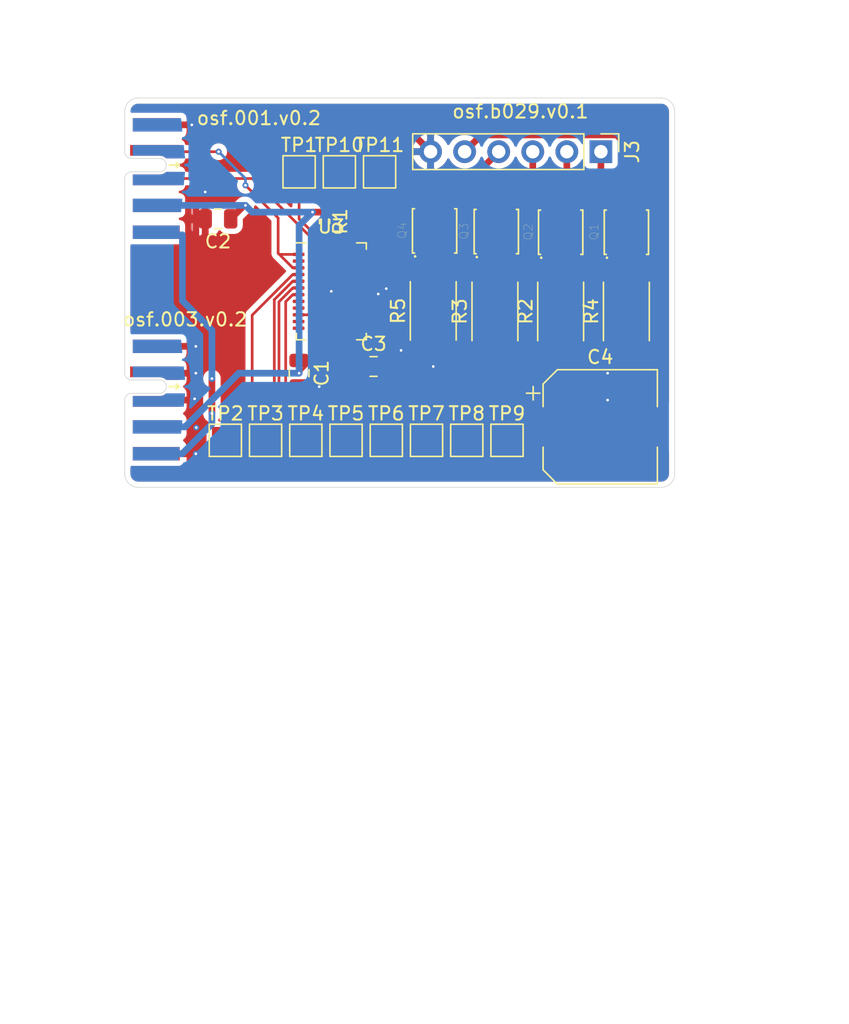
<source format=kicad_pcb>
(kicad_pcb (version 20171130) (host pcbnew "(5.1.10)-1")

  (general
    (thickness 1.6)
    (drawings 14)
    (tracks 296)
    (zones 0)
    (modules 28)
    (nets 31)
  )

  (page A4)
  (layers
    (0 F.Cu signal)
    (31 B.Cu signal)
    (32 B.Adhes user)
    (33 F.Adhes user)
    (34 B.Paste user)
    (35 F.Paste user)
    (36 B.SilkS user)
    (37 F.SilkS user)
    (38 B.Mask user)
    (39 F.Mask user)
    (40 Dwgs.User user)
    (41 Cmts.User user)
    (42 Eco1.User user)
    (43 Eco2.User user)
    (44 Edge.Cuts user)
    (45 Margin user)
    (46 B.CrtYd user)
    (47 F.CrtYd user)
    (48 B.Fab user)
    (49 F.Fab user)
  )

  (setup
    (last_trace_width 0.5)
    (user_trace_width 0.2)
    (user_trace_width 0.5)
    (trace_clearance 0.15)
    (zone_clearance 0.4)
    (zone_45_only no)
    (trace_min 0.15)
    (via_size 0.45)
    (via_drill 0.2)
    (via_min_size 0.45)
    (via_min_drill 0.2)
    (uvia_size 0.3)
    (uvia_drill 0.1)
    (uvias_allowed no)
    (uvia_min_size 0.2)
    (uvia_min_drill 0.1)
    (edge_width 0.05)
    (segment_width 0.2)
    (pcb_text_width 0.3)
    (pcb_text_size 1.5 1.5)
    (mod_edge_width 0.12)
    (mod_text_size 1 1)
    (mod_text_width 0.15)
    (pad_size 1.524 1.524)
    (pad_drill 0.762)
    (pad_to_mask_clearance 0.04)
    (solder_mask_min_width 0.1)
    (aux_axis_origin 0 0)
    (visible_elements 7FFFFFFF)
    (pcbplotparams
      (layerselection 0x010fc_ffffffff)
      (usegerberextensions false)
      (usegerberattributes false)
      (usegerberadvancedattributes false)
      (creategerberjobfile false)
      (excludeedgelayer true)
      (linewidth 0.100000)
      (plotframeref false)
      (viasonmask false)
      (mode 1)
      (useauxorigin false)
      (hpglpennumber 1)
      (hpglpenspeed 20)
      (hpglpendiameter 15.000000)
      (psnegative false)
      (psa4output false)
      (plotreference true)
      (plotvalue true)
      (plotinvisibletext false)
      (padsonsilk false)
      (subtractmaskfromsilk false)
      (outputformat 1)
      (mirror false)
      (drillshape 0)
      (scaleselection 1)
      (outputdirectory "gerber"))
  )

  (net 0 "")
  (net 1 GND)
  (net 2 +3V3)
  (net 3 /Controller/SDA)
  (net 4 /Controller/SCL)
  (net 5 /Controller/SW4)
  (net 6 "Net-(Q1-Pad1)")
  (net 7 "Net-(Q1-Pad3)")
  (net 8 /Controller/SW3)
  (net 9 "Net-(Q2-Pad1)")
  (net 10 "Net-(Q2-Pad3)")
  (net 11 /Controller/SW2)
  (net 12 "Net-(Q3-Pad1)")
  (net 13 "Net-(Q3-Pad3)")
  (net 14 /Controller/SW1)
  (net 15 "Net-(Q4-Pad1)")
  (net 16 "Net-(Q4-Pad3)")
  (net 17 "Net-(R1-Pad2)")
  (net 18 "Net-(J1-Pad10)")
  (net 19 /Controller/int)
  (net 20 "Net-(TP2-Pad1)")
  (net 21 "Net-(TP3-Pad1)")
  (net 22 "Net-(TP4-Pad1)")
  (net 23 "Net-(TP5-Pad1)")
  (net 24 "Net-(TP6-Pad1)")
  (net 25 "Net-(TP7-Pad1)")
  (net 26 "Net-(TP8-Pad1)")
  (net 27 "Net-(TP9-Pad1)")
  (net 28 "Net-(TP10-Pad1)")
  (net 29 "Net-(TP11-Pad1)")
  (net 30 /Controller/poe+)

  (net_class Default "This is the default net class."
    (clearance 0.15)
    (trace_width 0.15)
    (via_dia 0.45)
    (via_drill 0.2)
    (uvia_dia 0.3)
    (uvia_drill 0.1)
    (add_net +3V3)
    (add_net /Controller/SCL)
    (add_net /Controller/SDA)
    (add_net /Controller/SW1)
    (add_net /Controller/SW2)
    (add_net /Controller/SW3)
    (add_net /Controller/SW4)
    (add_net /Controller/int)
    (add_net /Controller/poe+)
    (add_net GND)
    (add_net "Net-(J1-Pad10)")
    (add_net "Net-(Q1-Pad1)")
    (add_net "Net-(Q1-Pad3)")
    (add_net "Net-(Q2-Pad1)")
    (add_net "Net-(Q2-Pad3)")
    (add_net "Net-(Q3-Pad1)")
    (add_net "Net-(Q3-Pad3)")
    (add_net "Net-(Q4-Pad1)")
    (add_net "Net-(Q4-Pad3)")
    (add_net "Net-(R1-Pad2)")
    (add_net "Net-(TP10-Pad1)")
    (add_net "Net-(TP11-Pad1)")
    (add_net "Net-(TP2-Pad1)")
    (add_net "Net-(TP3-Pad1)")
    (add_net "Net-(TP4-Pad1)")
    (add_net "Net-(TP5-Pad1)")
    (add_net "Net-(TP6-Pad1)")
    (add_net "Net-(TP7-Pad1)")
    (add_net "Net-(TP8-Pad1)")
    (add_net "Net-(TP9-Pad1)")
  )

  (module Capacitor_SMD:CP_Elec_8x5.4 (layer F.Cu) (tedit 5BCA39D0) (tstamp 60B046EE)
    (at 112.45 98.5)
    (descr "SMD capacitor, aluminum electrolytic, Nichicon, 8.0x5.4mm")
    (tags "capacitor electrolytic")
    (path /6083C3A8/60B0F484)
    (attr smd)
    (fp_text reference C4 (at 0 -5.2) (layer F.SilkS)
      (effects (font (size 1 1) (thickness 0.15)))
    )
    (fp_text value 100uF (at 0 5.2) (layer F.Fab)
      (effects (font (size 1 1) (thickness 0.15)))
    )
    (fp_text user %R (at 0 0) (layer F.Fab)
      (effects (font (size 1 1) (thickness 0.15)))
    )
    (fp_circle (center 0 0) (end 4 0) (layer F.Fab) (width 0.1))
    (fp_line (start 4.15 -4.15) (end 4.15 4.15) (layer F.Fab) (width 0.1))
    (fp_line (start -3.15 -4.15) (end 4.15 -4.15) (layer F.Fab) (width 0.1))
    (fp_line (start -3.15 4.15) (end 4.15 4.15) (layer F.Fab) (width 0.1))
    (fp_line (start -4.15 -3.15) (end -4.15 3.15) (layer F.Fab) (width 0.1))
    (fp_line (start -4.15 -3.15) (end -3.15 -4.15) (layer F.Fab) (width 0.1))
    (fp_line (start -4.15 3.15) (end -3.15 4.15) (layer F.Fab) (width 0.1))
    (fp_line (start -3.562278 -1.5) (end -2.762278 -1.5) (layer F.Fab) (width 0.1))
    (fp_line (start -3.162278 -1.9) (end -3.162278 -1.1) (layer F.Fab) (width 0.1))
    (fp_line (start 4.26 4.26) (end 4.26 1.51) (layer F.SilkS) (width 0.12))
    (fp_line (start 4.26 -4.26) (end 4.26 -1.51) (layer F.SilkS) (width 0.12))
    (fp_line (start -3.195563 -4.26) (end 4.26 -4.26) (layer F.SilkS) (width 0.12))
    (fp_line (start -3.195563 4.26) (end 4.26 4.26) (layer F.SilkS) (width 0.12))
    (fp_line (start -4.26 3.195563) (end -4.26 1.51) (layer F.SilkS) (width 0.12))
    (fp_line (start -4.26 -3.195563) (end -4.26 -1.51) (layer F.SilkS) (width 0.12))
    (fp_line (start -4.26 -3.195563) (end -3.195563 -4.26) (layer F.SilkS) (width 0.12))
    (fp_line (start -4.26 3.195563) (end -3.195563 4.26) (layer F.SilkS) (width 0.12))
    (fp_line (start -5.5 -2.51) (end -4.5 -2.51) (layer F.SilkS) (width 0.12))
    (fp_line (start -5 -3.01) (end -5 -2.01) (layer F.SilkS) (width 0.12))
    (fp_line (start 4.4 -4.4) (end 4.4 -1.5) (layer F.CrtYd) (width 0.05))
    (fp_line (start 4.4 -1.5) (end 5.3 -1.5) (layer F.CrtYd) (width 0.05))
    (fp_line (start 5.3 -1.5) (end 5.3 1.5) (layer F.CrtYd) (width 0.05))
    (fp_line (start 5.3 1.5) (end 4.4 1.5) (layer F.CrtYd) (width 0.05))
    (fp_line (start 4.4 1.5) (end 4.4 4.4) (layer F.CrtYd) (width 0.05))
    (fp_line (start -3.25 4.4) (end 4.4 4.4) (layer F.CrtYd) (width 0.05))
    (fp_line (start -3.25 -4.4) (end 4.4 -4.4) (layer F.CrtYd) (width 0.05))
    (fp_line (start -4.4 3.25) (end -3.25 4.4) (layer F.CrtYd) (width 0.05))
    (fp_line (start -4.4 -3.25) (end -3.25 -4.4) (layer F.CrtYd) (width 0.05))
    (fp_line (start -4.4 -3.25) (end -4.4 -1.5) (layer F.CrtYd) (width 0.05))
    (fp_line (start -4.4 1.5) (end -4.4 3.25) (layer F.CrtYd) (width 0.05))
    (fp_line (start -4.4 -1.5) (end -5.3 -1.5) (layer F.CrtYd) (width 0.05))
    (fp_line (start -5.3 -1.5) (end -5.3 1.5) (layer F.CrtYd) (width 0.05))
    (fp_line (start -5.3 1.5) (end -4.4 1.5) (layer F.CrtYd) (width 0.05))
    (pad 2 smd roundrect (at 3.05 0) (size 4 2.5) (layers F.Cu F.Paste F.Mask) (roundrect_rratio 0.1)
      (net 1 GND))
    (pad 1 smd roundrect (at -3.05 0) (size 4 2.5) (layers F.Cu F.Paste F.Mask) (roundrect_rratio 0.1)
      (net 30 /Controller/poe+))
    (model ${KISYS3DMOD}/Capacitor_SMD.3dshapes/CP_Elec_8x5.4.wrl
      (at (xyz 0 0 0))
      (scale (xyz 1 1 1))
      (rotate (xyz 0 0 0))
    )
  )

  (module Capacitor_SMD:C_0805_2012Metric (layer F.Cu) (tedit 5F68FEEE) (tstamp 60B046C6)
    (at 95.55 94)
    (descr "Capacitor SMD 0805 (2012 Metric), square (rectangular) end terminal, IPC_7351 nominal, (Body size source: IPC-SM-782 page 76, https://www.pcb-3d.com/wordpress/wp-content/uploads/ipc-sm-782a_amendment_1_and_2.pdf, https://docs.google.com/spreadsheets/d/1BsfQQcO9C6DZCsRaXUlFlo91Tg2WpOkGARC1WS5S8t0/edit?usp=sharing), generated with kicad-footprint-generator")
    (tags capacitor)
    (path /6083C3A8/60B0EE53)
    (attr smd)
    (fp_text reference C3 (at 0 -1.68) (layer F.SilkS)
      (effects (font (size 1 1) (thickness 0.15)))
    )
    (fp_text value 1uF (at 0 1.68) (layer F.Fab)
      (effects (font (size 1 1) (thickness 0.15)))
    )
    (fp_text user %R (at 0 0) (layer F.Fab)
      (effects (font (size 0.5 0.5) (thickness 0.08)))
    )
    (fp_line (start -1 0.625) (end -1 -0.625) (layer F.Fab) (width 0.1))
    (fp_line (start -1 -0.625) (end 1 -0.625) (layer F.Fab) (width 0.1))
    (fp_line (start 1 -0.625) (end 1 0.625) (layer F.Fab) (width 0.1))
    (fp_line (start 1 0.625) (end -1 0.625) (layer F.Fab) (width 0.1))
    (fp_line (start -0.261252 -0.735) (end 0.261252 -0.735) (layer F.SilkS) (width 0.12))
    (fp_line (start -0.261252 0.735) (end 0.261252 0.735) (layer F.SilkS) (width 0.12))
    (fp_line (start -1.7 0.98) (end -1.7 -0.98) (layer F.CrtYd) (width 0.05))
    (fp_line (start -1.7 -0.98) (end 1.7 -0.98) (layer F.CrtYd) (width 0.05))
    (fp_line (start 1.7 -0.98) (end 1.7 0.98) (layer F.CrtYd) (width 0.05))
    (fp_line (start 1.7 0.98) (end -1.7 0.98) (layer F.CrtYd) (width 0.05))
    (pad 2 smd roundrect (at 0.95 0) (size 1 1.45) (layers F.Cu F.Paste F.Mask) (roundrect_rratio 0.25)
      (net 1 GND))
    (pad 1 smd roundrect (at -0.95 0) (size 1 1.45) (layers F.Cu F.Paste F.Mask) (roundrect_rratio 0.25)
      (net 30 /Controller/poe+))
    (model ${KISYS3DMOD}/Capacitor_SMD.3dshapes/C_0805_2012Metric.wrl
      (at (xyz 0 0 0))
      (scale (xyz 1 1 1))
      (rotate (xyz 0 0 0))
    )
  )

  (module Capacitor_SMD:C_0805_2012Metric (layer F.Cu) (tedit 5F68FEEE) (tstamp 60B046B5)
    (at 83.95 83 180)
    (descr "Capacitor SMD 0805 (2012 Metric), square (rectangular) end terminal, IPC_7351 nominal, (Body size source: IPC-SM-782 page 76, https://www.pcb-3d.com/wordpress/wp-content/uploads/ipc-sm-782a_amendment_1_and_2.pdf, https://docs.google.com/spreadsheets/d/1BsfQQcO9C6DZCsRaXUlFlo91Tg2WpOkGARC1WS5S8t0/edit?usp=sharing), generated with kicad-footprint-generator")
    (tags capacitor)
    (path /6083C3A8/60B0E9CD)
    (attr smd)
    (fp_text reference C2 (at 0 -1.68) (layer F.SilkS)
      (effects (font (size 1 1) (thickness 0.15)))
    )
    (fp_text value 1uF (at 0 1.68) (layer F.Fab)
      (effects (font (size 1 1) (thickness 0.15)))
    )
    (fp_text user %R (at 0 0) (layer F.Fab)
      (effects (font (size 0.5 0.5) (thickness 0.08)))
    )
    (fp_line (start -1 0.625) (end -1 -0.625) (layer F.Fab) (width 0.1))
    (fp_line (start -1 -0.625) (end 1 -0.625) (layer F.Fab) (width 0.1))
    (fp_line (start 1 -0.625) (end 1 0.625) (layer F.Fab) (width 0.1))
    (fp_line (start 1 0.625) (end -1 0.625) (layer F.Fab) (width 0.1))
    (fp_line (start -0.261252 -0.735) (end 0.261252 -0.735) (layer F.SilkS) (width 0.12))
    (fp_line (start -0.261252 0.735) (end 0.261252 0.735) (layer F.SilkS) (width 0.12))
    (fp_line (start -1.7 0.98) (end -1.7 -0.98) (layer F.CrtYd) (width 0.05))
    (fp_line (start -1.7 -0.98) (end 1.7 -0.98) (layer F.CrtYd) (width 0.05))
    (fp_line (start 1.7 -0.98) (end 1.7 0.98) (layer F.CrtYd) (width 0.05))
    (fp_line (start 1.7 0.98) (end -1.7 0.98) (layer F.CrtYd) (width 0.05))
    (pad 2 smd roundrect (at 0.95 0 180) (size 1 1.45) (layers F.Cu F.Paste F.Mask) (roundrect_rratio 0.25)
      (net 1 GND))
    (pad 1 smd roundrect (at -0.95 0 180) (size 1 1.45) (layers F.Cu F.Paste F.Mask) (roundrect_rratio 0.25)
      (net 2 +3V3))
    (model ${KISYS3DMOD}/Capacitor_SMD.3dshapes/C_0805_2012Metric.wrl
      (at (xyz 0 0 0))
      (scale (xyz 1 1 1))
      (rotate (xyz 0 0 0))
    )
  )

  (module Capacitor_SMD:C_0805_2012Metric (layer F.Cu) (tedit 5F68FEEE) (tstamp 60B046A4)
    (at 90 94.5 270)
    (descr "Capacitor SMD 0805 (2012 Metric), square (rectangular) end terminal, IPC_7351 nominal, (Body size source: IPC-SM-782 page 76, https://www.pcb-3d.com/wordpress/wp-content/uploads/ipc-sm-782a_amendment_1_and_2.pdf, https://docs.google.com/spreadsheets/d/1BsfQQcO9C6DZCsRaXUlFlo91Tg2WpOkGARC1WS5S8t0/edit?usp=sharing), generated with kicad-footprint-generator")
    (tags capacitor)
    (path /6083C3A8/60B0DA31)
    (attr smd)
    (fp_text reference C1 (at 0 -1.68 90) (layer F.SilkS)
      (effects (font (size 1 1) (thickness 0.15)))
    )
    (fp_text value 100nF (at 0 1.68 90) (layer F.Fab)
      (effects (font (size 1 1) (thickness 0.15)))
    )
    (fp_text user %R (at 0 0 90) (layer F.Fab)
      (effects (font (size 0.5 0.5) (thickness 0.08)))
    )
    (fp_line (start -1 0.625) (end -1 -0.625) (layer F.Fab) (width 0.1))
    (fp_line (start -1 -0.625) (end 1 -0.625) (layer F.Fab) (width 0.1))
    (fp_line (start 1 -0.625) (end 1 0.625) (layer F.Fab) (width 0.1))
    (fp_line (start 1 0.625) (end -1 0.625) (layer F.Fab) (width 0.1))
    (fp_line (start -0.261252 -0.735) (end 0.261252 -0.735) (layer F.SilkS) (width 0.12))
    (fp_line (start -0.261252 0.735) (end 0.261252 0.735) (layer F.SilkS) (width 0.12))
    (fp_line (start -1.7 0.98) (end -1.7 -0.98) (layer F.CrtYd) (width 0.05))
    (fp_line (start -1.7 -0.98) (end 1.7 -0.98) (layer F.CrtYd) (width 0.05))
    (fp_line (start 1.7 -0.98) (end 1.7 0.98) (layer F.CrtYd) (width 0.05))
    (fp_line (start 1.7 0.98) (end -1.7 0.98) (layer F.CrtYd) (width 0.05))
    (pad 2 smd roundrect (at 0.95 0 270) (size 1 1.45) (layers F.Cu F.Paste F.Mask) (roundrect_rratio 0.25)
      (net 1 GND))
    (pad 1 smd roundrect (at -0.95 0 270) (size 1 1.45) (layers F.Cu F.Paste F.Mask) (roundrect_rratio 0.25)
      (net 2 +3V3))
    (model ${KISYS3DMOD}/Capacitor_SMD.3dshapes/C_0805_2012Metric.wrl
      (at (xyz 0 0 0))
      (scale (xyz 1 1 1))
      (rotate (xyz 0 0 0))
    )
  )

  (module Connector_PinHeader_2.54mm:PinHeader_1x06_P2.54mm_Vertical (layer F.Cu) (tedit 59FED5CC) (tstamp 60B03717)
    (at 112.5 78 270)
    (descr "Through hole straight pin header, 1x06, 2.54mm pitch, single row")
    (tags "Through hole pin header THT 1x06 2.54mm single row")
    (path /60AFD0C8)
    (fp_text reference J3 (at 0 -2.33 90) (layer F.SilkS)
      (effects (font (size 1 1) (thickness 0.15)))
    )
    (fp_text value Conn_01x06_Male (at 0 15.03 90) (layer F.Fab)
      (effects (font (size 1 1) (thickness 0.15)))
    )
    (fp_text user %R (at 0 6.35) (layer F.Fab)
      (effects (font (size 1 1) (thickness 0.15)))
    )
    (fp_line (start -0.635 -1.27) (end 1.27 -1.27) (layer F.Fab) (width 0.1))
    (fp_line (start 1.27 -1.27) (end 1.27 13.97) (layer F.Fab) (width 0.1))
    (fp_line (start 1.27 13.97) (end -1.27 13.97) (layer F.Fab) (width 0.1))
    (fp_line (start -1.27 13.97) (end -1.27 -0.635) (layer F.Fab) (width 0.1))
    (fp_line (start -1.27 -0.635) (end -0.635 -1.27) (layer F.Fab) (width 0.1))
    (fp_line (start -1.33 14.03) (end 1.33 14.03) (layer F.SilkS) (width 0.12))
    (fp_line (start -1.33 1.27) (end -1.33 14.03) (layer F.SilkS) (width 0.12))
    (fp_line (start 1.33 1.27) (end 1.33 14.03) (layer F.SilkS) (width 0.12))
    (fp_line (start -1.33 1.27) (end 1.33 1.27) (layer F.SilkS) (width 0.12))
    (fp_line (start -1.33 0) (end -1.33 -1.33) (layer F.SilkS) (width 0.12))
    (fp_line (start -1.33 -1.33) (end 0 -1.33) (layer F.SilkS) (width 0.12))
    (fp_line (start -1.8 -1.8) (end -1.8 14.5) (layer F.CrtYd) (width 0.05))
    (fp_line (start -1.8 14.5) (end 1.8 14.5) (layer F.CrtYd) (width 0.05))
    (fp_line (start 1.8 14.5) (end 1.8 -1.8) (layer F.CrtYd) (width 0.05))
    (fp_line (start 1.8 -1.8) (end -1.8 -1.8) (layer F.CrtYd) (width 0.05))
    (pad 6 thru_hole oval (at 0 12.7 270) (size 1.7 1.7) (drill 1) (layers *.Cu *.Mask)
      (net 1 GND))
    (pad 5 thru_hole oval (at 0 10.16 270) (size 1.7 1.7) (drill 1) (layers *.Cu *.Mask)
      (net 30 /Controller/poe+))
    (pad 4 thru_hole oval (at 0 7.62 270) (size 1.7 1.7) (drill 1) (layers *.Cu *.Mask)
      (net 14 /Controller/SW1))
    (pad 3 thru_hole oval (at 0 5.08 270) (size 1.7 1.7) (drill 1) (layers *.Cu *.Mask)
      (net 11 /Controller/SW2))
    (pad 2 thru_hole oval (at 0 2.54 270) (size 1.7 1.7) (drill 1) (layers *.Cu *.Mask)
      (net 8 /Controller/SW3))
    (pad 1 thru_hole rect (at 0 0 270) (size 1.7 1.7) (drill 1) (layers *.Cu *.Mask)
      (net 5 /Controller/SW4))
    (model ${KISYS3DMOD}/Connector_PinHeader_2.54mm.3dshapes/PinHeader_1x06_P2.54mm_Vertical.wrl
      (at (xyz 0 0 0))
      (scale (xyz 1 1 1))
      (rotate (xyz 0 0 0))
    )
  )

  (module TestPoint:TestPoint_Pad_2.0x2.0mm (layer F.Cu) (tedit 5A0F774F) (tstamp 60B02FD5)
    (at 96 79.5)
    (descr "SMD rectangular pad as test Point, square 2.0mm side length")
    (tags "test point SMD pad rectangle square")
    (path /6083C3A8/60B0432C)
    (attr virtual)
    (fp_text reference TP11 (at 0 -1.998) (layer F.SilkS)
      (effects (font (size 1 1) (thickness 0.15)))
    )
    (fp_text value tp (at 0 2.05) (layer F.Fab)
      (effects (font (size 1 1) (thickness 0.15)))
    )
    (fp_text user %R (at 0 -2) (layer F.Fab)
      (effects (font (size 1 1) (thickness 0.15)))
    )
    (fp_line (start -1.2 -1.2) (end 1.2 -1.2) (layer F.SilkS) (width 0.12))
    (fp_line (start 1.2 -1.2) (end 1.2 1.2) (layer F.SilkS) (width 0.12))
    (fp_line (start 1.2 1.2) (end -1.2 1.2) (layer F.SilkS) (width 0.12))
    (fp_line (start -1.2 1.2) (end -1.2 -1.2) (layer F.SilkS) (width 0.12))
    (fp_line (start -1.5 -1.5) (end 1.5 -1.5) (layer F.CrtYd) (width 0.05))
    (fp_line (start -1.5 -1.5) (end -1.5 1.5) (layer F.CrtYd) (width 0.05))
    (fp_line (start 1.5 1.5) (end 1.5 -1.5) (layer F.CrtYd) (width 0.05))
    (fp_line (start 1.5 1.5) (end -1.5 1.5) (layer F.CrtYd) (width 0.05))
    (pad 1 smd rect (at 0 0) (size 2 2) (layers F.Cu F.Mask)
      (net 29 "Net-(TP11-Pad1)"))
  )

  (module TestPoint:TestPoint_Pad_2.0x2.0mm (layer F.Cu) (tedit 5A0F774F) (tstamp 60B02FC7)
    (at 93 79.5)
    (descr "SMD rectangular pad as test Point, square 2.0mm side length")
    (tags "test point SMD pad rectangle square")
    (path /6083C3A8/60B083E9)
    (attr virtual)
    (fp_text reference TP10 (at 0 -1.998) (layer F.SilkS)
      (effects (font (size 1 1) (thickness 0.15)))
    )
    (fp_text value tp (at 0 2.05) (layer F.Fab)
      (effects (font (size 1 1) (thickness 0.15)))
    )
    (fp_text user %R (at 0 -2) (layer F.Fab)
      (effects (font (size 1 1) (thickness 0.15)))
    )
    (fp_line (start -1.2 -1.2) (end 1.2 -1.2) (layer F.SilkS) (width 0.12))
    (fp_line (start 1.2 -1.2) (end 1.2 1.2) (layer F.SilkS) (width 0.12))
    (fp_line (start 1.2 1.2) (end -1.2 1.2) (layer F.SilkS) (width 0.12))
    (fp_line (start -1.2 1.2) (end -1.2 -1.2) (layer F.SilkS) (width 0.12))
    (fp_line (start -1.5 -1.5) (end 1.5 -1.5) (layer F.CrtYd) (width 0.05))
    (fp_line (start -1.5 -1.5) (end -1.5 1.5) (layer F.CrtYd) (width 0.05))
    (fp_line (start 1.5 1.5) (end 1.5 -1.5) (layer F.CrtYd) (width 0.05))
    (fp_line (start 1.5 1.5) (end -1.5 1.5) (layer F.CrtYd) (width 0.05))
    (pad 1 smd rect (at 0 0) (size 2 2) (layers F.Cu F.Mask)
      (net 28 "Net-(TP10-Pad1)"))
  )

  (module TestPoint:TestPoint_Pad_2.0x2.0mm (layer F.Cu) (tedit 5A0F774F) (tstamp 60B02FB9)
    (at 105.5 99.5)
    (descr "SMD rectangular pad as test Point, square 2.0mm side length")
    (tags "test point SMD pad rectangle square")
    (path /6083C3A8/60B081EB)
    (attr virtual)
    (fp_text reference TP9 (at 0 -1.998) (layer F.SilkS)
      (effects (font (size 1 1) (thickness 0.15)))
    )
    (fp_text value tp (at 0 2.05) (layer F.Fab)
      (effects (font (size 1 1) (thickness 0.15)))
    )
    (fp_text user %R (at 0 -2) (layer F.Fab)
      (effects (font (size 1 1) (thickness 0.15)))
    )
    (fp_line (start -1.2 -1.2) (end 1.2 -1.2) (layer F.SilkS) (width 0.12))
    (fp_line (start 1.2 -1.2) (end 1.2 1.2) (layer F.SilkS) (width 0.12))
    (fp_line (start 1.2 1.2) (end -1.2 1.2) (layer F.SilkS) (width 0.12))
    (fp_line (start -1.2 1.2) (end -1.2 -1.2) (layer F.SilkS) (width 0.12))
    (fp_line (start -1.5 -1.5) (end 1.5 -1.5) (layer F.CrtYd) (width 0.05))
    (fp_line (start -1.5 -1.5) (end -1.5 1.5) (layer F.CrtYd) (width 0.05))
    (fp_line (start 1.5 1.5) (end 1.5 -1.5) (layer F.CrtYd) (width 0.05))
    (fp_line (start 1.5 1.5) (end -1.5 1.5) (layer F.CrtYd) (width 0.05))
    (pad 1 smd rect (at 0 0) (size 2 2) (layers F.Cu F.Mask)
      (net 27 "Net-(TP9-Pad1)"))
  )

  (module TestPoint:TestPoint_Pad_2.0x2.0mm (layer F.Cu) (tedit 5A0F774F) (tstamp 60B02FAB)
    (at 102.5 99.5)
    (descr "SMD rectangular pad as test Point, square 2.0mm side length")
    (tags "test point SMD pad rectangle square")
    (path /6083C3A8/60B07F66)
    (attr virtual)
    (fp_text reference TP8 (at 0 -1.998) (layer F.SilkS)
      (effects (font (size 1 1) (thickness 0.15)))
    )
    (fp_text value tp (at 0 2.05) (layer F.Fab)
      (effects (font (size 1 1) (thickness 0.15)))
    )
    (fp_text user %R (at 0 -2) (layer F.Fab)
      (effects (font (size 1 1) (thickness 0.15)))
    )
    (fp_line (start -1.2 -1.2) (end 1.2 -1.2) (layer F.SilkS) (width 0.12))
    (fp_line (start 1.2 -1.2) (end 1.2 1.2) (layer F.SilkS) (width 0.12))
    (fp_line (start 1.2 1.2) (end -1.2 1.2) (layer F.SilkS) (width 0.12))
    (fp_line (start -1.2 1.2) (end -1.2 -1.2) (layer F.SilkS) (width 0.12))
    (fp_line (start -1.5 -1.5) (end 1.5 -1.5) (layer F.CrtYd) (width 0.05))
    (fp_line (start -1.5 -1.5) (end -1.5 1.5) (layer F.CrtYd) (width 0.05))
    (fp_line (start 1.5 1.5) (end 1.5 -1.5) (layer F.CrtYd) (width 0.05))
    (fp_line (start 1.5 1.5) (end -1.5 1.5) (layer F.CrtYd) (width 0.05))
    (pad 1 smd rect (at 0 0) (size 2 2) (layers F.Cu F.Mask)
      (net 26 "Net-(TP8-Pad1)"))
  )

  (module TestPoint:TestPoint_Pad_2.0x2.0mm (layer F.Cu) (tedit 5A0F774F) (tstamp 60B02F9D)
    (at 99.5 99.5)
    (descr "SMD rectangular pad as test Point, square 2.0mm side length")
    (tags "test point SMD pad rectangle square")
    (path /6083C3A8/60B07D3E)
    (attr virtual)
    (fp_text reference TP7 (at 0 -1.998) (layer F.SilkS)
      (effects (font (size 1 1) (thickness 0.15)))
    )
    (fp_text value tp (at 0 2.05) (layer F.Fab)
      (effects (font (size 1 1) (thickness 0.15)))
    )
    (fp_text user %R (at 0 -2) (layer F.Fab)
      (effects (font (size 1 1) (thickness 0.15)))
    )
    (fp_line (start -1.2 -1.2) (end 1.2 -1.2) (layer F.SilkS) (width 0.12))
    (fp_line (start 1.2 -1.2) (end 1.2 1.2) (layer F.SilkS) (width 0.12))
    (fp_line (start 1.2 1.2) (end -1.2 1.2) (layer F.SilkS) (width 0.12))
    (fp_line (start -1.2 1.2) (end -1.2 -1.2) (layer F.SilkS) (width 0.12))
    (fp_line (start -1.5 -1.5) (end 1.5 -1.5) (layer F.CrtYd) (width 0.05))
    (fp_line (start -1.5 -1.5) (end -1.5 1.5) (layer F.CrtYd) (width 0.05))
    (fp_line (start 1.5 1.5) (end 1.5 -1.5) (layer F.CrtYd) (width 0.05))
    (fp_line (start 1.5 1.5) (end -1.5 1.5) (layer F.CrtYd) (width 0.05))
    (pad 1 smd rect (at 0 0) (size 2 2) (layers F.Cu F.Mask)
      (net 25 "Net-(TP7-Pad1)"))
  )

  (module TestPoint:TestPoint_Pad_2.0x2.0mm (layer F.Cu) (tedit 5A0F774F) (tstamp 60B02F8F)
    (at 96.5 99.5)
    (descr "SMD rectangular pad as test Point, square 2.0mm side length")
    (tags "test point SMD pad rectangle square")
    (path /6083C3A8/60B07AEA)
    (attr virtual)
    (fp_text reference TP6 (at 0 -1.998) (layer F.SilkS)
      (effects (font (size 1 1) (thickness 0.15)))
    )
    (fp_text value tp (at 0 2.05) (layer F.Fab)
      (effects (font (size 1 1) (thickness 0.15)))
    )
    (fp_text user %R (at 0 -2) (layer F.Fab)
      (effects (font (size 1 1) (thickness 0.15)))
    )
    (fp_line (start -1.2 -1.2) (end 1.2 -1.2) (layer F.SilkS) (width 0.12))
    (fp_line (start 1.2 -1.2) (end 1.2 1.2) (layer F.SilkS) (width 0.12))
    (fp_line (start 1.2 1.2) (end -1.2 1.2) (layer F.SilkS) (width 0.12))
    (fp_line (start -1.2 1.2) (end -1.2 -1.2) (layer F.SilkS) (width 0.12))
    (fp_line (start -1.5 -1.5) (end 1.5 -1.5) (layer F.CrtYd) (width 0.05))
    (fp_line (start -1.5 -1.5) (end -1.5 1.5) (layer F.CrtYd) (width 0.05))
    (fp_line (start 1.5 1.5) (end 1.5 -1.5) (layer F.CrtYd) (width 0.05))
    (fp_line (start 1.5 1.5) (end -1.5 1.5) (layer F.CrtYd) (width 0.05))
    (pad 1 smd rect (at 0 0) (size 2 2) (layers F.Cu F.Mask)
      (net 24 "Net-(TP6-Pad1)"))
  )

  (module TestPoint:TestPoint_Pad_2.0x2.0mm (layer F.Cu) (tedit 5A0F774F) (tstamp 60B02F81)
    (at 93.5 99.5)
    (descr "SMD rectangular pad as test Point, square 2.0mm side length")
    (tags "test point SMD pad rectangle square")
    (path /6083C3A8/60B078DA)
    (attr virtual)
    (fp_text reference TP5 (at 0 -1.998) (layer F.SilkS)
      (effects (font (size 1 1) (thickness 0.15)))
    )
    (fp_text value tp (at 0 2.05) (layer F.Fab)
      (effects (font (size 1 1) (thickness 0.15)))
    )
    (fp_text user %R (at 0 -2) (layer F.Fab)
      (effects (font (size 1 1) (thickness 0.15)))
    )
    (fp_line (start -1.2 -1.2) (end 1.2 -1.2) (layer F.SilkS) (width 0.12))
    (fp_line (start 1.2 -1.2) (end 1.2 1.2) (layer F.SilkS) (width 0.12))
    (fp_line (start 1.2 1.2) (end -1.2 1.2) (layer F.SilkS) (width 0.12))
    (fp_line (start -1.2 1.2) (end -1.2 -1.2) (layer F.SilkS) (width 0.12))
    (fp_line (start -1.5 -1.5) (end 1.5 -1.5) (layer F.CrtYd) (width 0.05))
    (fp_line (start -1.5 -1.5) (end -1.5 1.5) (layer F.CrtYd) (width 0.05))
    (fp_line (start 1.5 1.5) (end 1.5 -1.5) (layer F.CrtYd) (width 0.05))
    (fp_line (start 1.5 1.5) (end -1.5 1.5) (layer F.CrtYd) (width 0.05))
    (pad 1 smd rect (at 0 0) (size 2 2) (layers F.Cu F.Mask)
      (net 23 "Net-(TP5-Pad1)"))
  )

  (module TestPoint:TestPoint_Pad_2.0x2.0mm (layer F.Cu) (tedit 5A0F774F) (tstamp 60B02F73)
    (at 90.5 99.5)
    (descr "SMD rectangular pad as test Point, square 2.0mm side length")
    (tags "test point SMD pad rectangle square")
    (path /6083C3A8/60B07661)
    (attr virtual)
    (fp_text reference TP4 (at 0 -1.998) (layer F.SilkS)
      (effects (font (size 1 1) (thickness 0.15)))
    )
    (fp_text value tp (at 0 2.05) (layer F.Fab)
      (effects (font (size 1 1) (thickness 0.15)))
    )
    (fp_text user %R (at 0 -2) (layer F.Fab)
      (effects (font (size 1 1) (thickness 0.15)))
    )
    (fp_line (start -1.2 -1.2) (end 1.2 -1.2) (layer F.SilkS) (width 0.12))
    (fp_line (start 1.2 -1.2) (end 1.2 1.2) (layer F.SilkS) (width 0.12))
    (fp_line (start 1.2 1.2) (end -1.2 1.2) (layer F.SilkS) (width 0.12))
    (fp_line (start -1.2 1.2) (end -1.2 -1.2) (layer F.SilkS) (width 0.12))
    (fp_line (start -1.5 -1.5) (end 1.5 -1.5) (layer F.CrtYd) (width 0.05))
    (fp_line (start -1.5 -1.5) (end -1.5 1.5) (layer F.CrtYd) (width 0.05))
    (fp_line (start 1.5 1.5) (end 1.5 -1.5) (layer F.CrtYd) (width 0.05))
    (fp_line (start 1.5 1.5) (end -1.5 1.5) (layer F.CrtYd) (width 0.05))
    (pad 1 smd rect (at 0 0) (size 2 2) (layers F.Cu F.Mask)
      (net 22 "Net-(TP4-Pad1)"))
  )

  (module TestPoint:TestPoint_Pad_2.0x2.0mm (layer F.Cu) (tedit 5A0F774F) (tstamp 60B02F65)
    (at 87.5 99.5)
    (descr "SMD rectangular pad as test Point, square 2.0mm side length")
    (tags "test point SMD pad rectangle square")
    (path /6083C3A8/60B07425)
    (attr virtual)
    (fp_text reference TP3 (at 0 -1.998) (layer F.SilkS)
      (effects (font (size 1 1) (thickness 0.15)))
    )
    (fp_text value tp (at 0 2.05) (layer F.Fab)
      (effects (font (size 1 1) (thickness 0.15)))
    )
    (fp_text user %R (at 0 -2) (layer F.Fab)
      (effects (font (size 1 1) (thickness 0.15)))
    )
    (fp_line (start -1.2 -1.2) (end 1.2 -1.2) (layer F.SilkS) (width 0.12))
    (fp_line (start 1.2 -1.2) (end 1.2 1.2) (layer F.SilkS) (width 0.12))
    (fp_line (start 1.2 1.2) (end -1.2 1.2) (layer F.SilkS) (width 0.12))
    (fp_line (start -1.2 1.2) (end -1.2 -1.2) (layer F.SilkS) (width 0.12))
    (fp_line (start -1.5 -1.5) (end 1.5 -1.5) (layer F.CrtYd) (width 0.05))
    (fp_line (start -1.5 -1.5) (end -1.5 1.5) (layer F.CrtYd) (width 0.05))
    (fp_line (start 1.5 1.5) (end 1.5 -1.5) (layer F.CrtYd) (width 0.05))
    (fp_line (start 1.5 1.5) (end -1.5 1.5) (layer F.CrtYd) (width 0.05))
    (pad 1 smd rect (at 0 0) (size 2 2) (layers F.Cu F.Mask)
      (net 21 "Net-(TP3-Pad1)"))
  )

  (module TestPoint:TestPoint_Pad_2.0x2.0mm (layer F.Cu) (tedit 5A0F774F) (tstamp 60B02F57)
    (at 84.5 99.5)
    (descr "SMD rectangular pad as test Point, square 2.0mm side length")
    (tags "test point SMD pad rectangle square")
    (path /6083C3A8/60B05BE1)
    (attr virtual)
    (fp_text reference TP2 (at 0 -1.998) (layer F.SilkS)
      (effects (font (size 1 1) (thickness 0.15)))
    )
    (fp_text value tp (at 0 2.05) (layer F.Fab)
      (effects (font (size 1 1) (thickness 0.15)))
    )
    (fp_text user %R (at 0 -2) (layer F.Fab)
      (effects (font (size 1 1) (thickness 0.15)))
    )
    (fp_line (start -1.2 -1.2) (end 1.2 -1.2) (layer F.SilkS) (width 0.12))
    (fp_line (start 1.2 -1.2) (end 1.2 1.2) (layer F.SilkS) (width 0.12))
    (fp_line (start 1.2 1.2) (end -1.2 1.2) (layer F.SilkS) (width 0.12))
    (fp_line (start -1.2 1.2) (end -1.2 -1.2) (layer F.SilkS) (width 0.12))
    (fp_line (start -1.5 -1.5) (end 1.5 -1.5) (layer F.CrtYd) (width 0.05))
    (fp_line (start -1.5 -1.5) (end -1.5 1.5) (layer F.CrtYd) (width 0.05))
    (fp_line (start 1.5 1.5) (end 1.5 -1.5) (layer F.CrtYd) (width 0.05))
    (fp_line (start 1.5 1.5) (end -1.5 1.5) (layer F.CrtYd) (width 0.05))
    (pad 1 smd rect (at 0 0) (size 2 2) (layers F.Cu F.Mask)
      (net 20 "Net-(TP2-Pad1)"))
  )

  (module TestPoint:TestPoint_Pad_2.0x2.0mm (layer F.Cu) (tedit 5A0F774F) (tstamp 60B02F49)
    (at 90 79.5)
    (descr "SMD rectangular pad as test Point, square 2.0mm side length")
    (tags "test point SMD pad rectangle square")
    (path /60B025B4)
    (attr virtual)
    (fp_text reference TP1 (at 0 -1.998) (layer F.SilkS)
      (effects (font (size 1 1) (thickness 0.15)))
    )
    (fp_text value int_tp (at 0 2.05) (layer F.Fab)
      (effects (font (size 1 1) (thickness 0.15)))
    )
    (fp_text user %R (at 0 -2) (layer F.Fab)
      (effects (font (size 1 1) (thickness 0.15)))
    )
    (fp_line (start -1.2 -1.2) (end 1.2 -1.2) (layer F.SilkS) (width 0.12))
    (fp_line (start 1.2 -1.2) (end 1.2 1.2) (layer F.SilkS) (width 0.12))
    (fp_line (start 1.2 1.2) (end -1.2 1.2) (layer F.SilkS) (width 0.12))
    (fp_line (start -1.2 1.2) (end -1.2 -1.2) (layer F.SilkS) (width 0.12))
    (fp_line (start -1.5 -1.5) (end 1.5 -1.5) (layer F.CrtYd) (width 0.05))
    (fp_line (start -1.5 -1.5) (end -1.5 1.5) (layer F.CrtYd) (width 0.05))
    (fp_line (start 1.5 1.5) (end 1.5 -1.5) (layer F.CrtYd) (width 0.05))
    (fp_line (start 1.5 1.5) (end -1.5 1.5) (layer F.CrtYd) (width 0.05))
    (pad 1 smd rect (at 0 0) (size 2 2) (layers F.Cu F.Mask)
      (net 19 /Controller/int))
  )

  (module on_edge:on_edge_2x05_device (layer F.Cu) (tedit 607DF540) (tstamp 6083A4F7)
    (at 77 96.5 270)
    (path /60866483)
    (attr virtual)
    (fp_text reference J2 (at 0 1.2 270 unlocked) (layer F.Fab)
      (effects (font (size 0.5 0.5) (thickness 0.05)))
    )
    (fp_text value 003_power (at 0 2 270 unlocked) (layer F.Fab)
      (effects (font (size 0.5 0.5) (thickness 0.05)))
    )
    (fp_line (start 5 0.5) (end 5 -5) (layer B.CrtYd) (width 0.05))
    (fp_line (start -5 0.5) (end 5 0.5) (layer B.CrtYd) (width 0.05))
    (fp_line (start -5 -5) (end -5 0.5) (layer B.CrtYd) (width 0.05))
    (fp_line (start 5 -5) (end -5 -5) (layer B.CrtYd) (width 0.05))
    (fp_line (start -5 0.5) (end -5 -5) (layer F.CrtYd) (width 0.05))
    (fp_line (start 5 0.5) (end -5 0.5) (layer F.CrtYd) (width 0.05))
    (fp_line (start 5 -5) (end 5 0.5) (layer F.CrtYd) (width 0.05))
    (fp_line (start -5 -5) (end 5 -5) (layer F.CrtYd) (width 0.05))
    (fp_line (start 0 0) (end 4 0) (layer Edge.Cuts) (width 0.05))
    (fp_line (start -4 0) (end -2 0) (layer Edge.Cuts) (width 0.05))
    (fp_line (start -1 -4.05) (end -1 -3.323) (layer F.SilkS) (width 0.153))
    (fp_line (start -1 -4.05) (end -0.8 -3.85) (layer F.SilkS) (width 0.153))
    (fp_line (start -1.2 -3.85) (end -1 -4.05) (layer F.SilkS) (width 0.153))
    (fp_line (start -0.5 -0.5) (end -0.5 -2.6) (layer Edge.Cuts) (width 0.05))
    (fp_line (start -1.5 -2.6) (end -1.5 -0.5) (layer Edge.Cuts) (width 0.05))
    (fp_arc (start -2 -0.5) (end -2 0) (angle -90) (layer Edge.Cuts) (width 0.05))
    (fp_arc (start 0 -0.5) (end -0.5 -0.5) (angle -90) (layer Edge.Cuts) (width 0.05))
    (fp_arc (start -1 -2.6) (end -0.5 -2.6) (angle -180) (layer Edge.Cuts) (width 0.05))
    (pad 2 smd custom (at -2 -3.6 270) (size 1 1) (layers F.Cu F.Mask)
      (net 1 GND) (zone_connect 0)
      (options (clearance outline) (anchor rect))
      (primitives
        (gr_poly (pts
           (xy 0.3 1) (xy 0.31 0.89) (xy 0.33 0.81) (xy 0.35 0.75) (xy 0.37 0.7)
           (xy 0.4 0.65) (xy 0.44 0.59) (xy 0.48 0.54) (xy 0.5 0.52) (xy 0.5 -0.5)
           (xy -0.5 -0.5) (xy -0.5 3.2) (xy 0.3 3.2)) (width 0))
      ))
    (pad 3 smd custom (at 0 -3.6 270) (size 1 1) (layers F.Cu F.Mask)
      (net 1 GND) (zone_connect 0)
      (options (clearance outline) (anchor rect))
      (primitives
        (gr_poly (pts
           (xy -0.3 1) (xy -0.31 0.89) (xy -0.33 0.81) (xy -0.35 0.75) (xy -0.37 0.7)
           (xy -0.4 0.65) (xy -0.44 0.59) (xy -0.48 0.54) (xy -0.5 0.52) (xy -0.5 -0.5)
           (xy 0.5 -0.5) (xy 0.5 3) (xy -0.3 3)) (width 0))
      ))
    (pad 8 smd custom (at 0 -2.1 270) (size 0.4 0.4) (layers B.Cu B.Mask)
      (zone_connect 0)
      (options (clearance outline) (anchor rect))
      (primitives
        (gr_poly (pts
           (xy -0.3 -0.51) (xy -0.31 -0.62) (xy -0.33 -0.7) (xy -0.35 -0.76) (xy -0.37 -0.81)
           (xy -0.4 -0.86) (xy -0.44 -0.92) (xy -0.48 -0.97) (xy -0.5 -0.99) (xy -0.5 -2.4)
           (xy 0.5 -2.3) (xy 0.5 1.5) (xy -0.3 1.5)) (width 0))
      ))
    (pad 7 smd custom (at -2 -2.1 270) (size 0.4 0.4) (layers B.Cu B.Mask)
      (zone_connect 0)
      (options (clearance outline) (anchor rect))
      (primitives
        (gr_poly (pts
           (xy 0.3 -0.51) (xy 0.31 -0.62) (xy 0.33 -0.7) (xy 0.35 -0.76) (xy 0.37 -0.81)
           (xy 0.4 -0.86) (xy 0.44 -0.92) (xy 0.48 -0.97) (xy 0.5 -0.99) (xy 0.5 -2.4)
           (xy -0.5 -2.3) (xy -0.5 1.5) (xy 0.3 1.5)) (width 0))
      ))
    (pad 10 smd custom (at 4 -2.3 270) (size 1 3.4) (layers B.Cu B.Mask)
      (net 18 "Net-(J1-Pad10)") (zone_connect 0)
      (options (clearance outline) (anchor rect))
      (primitives
        (gr_poly (pts
           (xy -0.5 -1.7) (xy -0.5 -1.8) (xy 0.5 -1.7)) (width 0))
      ))
    (pad 9 smd custom (at 2 -2.4 270) (size 1 3.6) (layers B.Cu B.Mask)
      (net 2 +3V3) (zone_connect 0)
      (options (clearance outline) (anchor rect))
      (primitives
        (gr_poly (pts
           (xy -0.5 -1.8) (xy -0.5 -1.9) (xy 0.5 -1.8)) (width 0))
      ))
    (pad 6 smd custom (at -4 -2.4 270) (size 1 3.6) (layers B.Cu B.Mask)
      (zone_connect 0)
      (options (clearance outline) (anchor rect))
      (primitives
        (gr_poly (pts
           (xy 0.5 -1.8) (xy 0.5 -1.9) (xy -0.5 -1.8)) (width 0))
      ))
    (pad 5 smd rect (at 4 -2.35 90) (size 1 3.5) (layers F.Cu F.Mask)
      (net 1 GND) (zone_connect 0))
    (pad 1 smd rect (at -4 -2.35 90) (size 1 3.5) (layers F.Cu F.Mask)
      (net 1 GND) (zone_connect 0))
    (pad 4 smd rect (at 2 -2.35 90) (size 1 3.5) (layers F.Cu F.Mask)
      (net 1 GND) (zone_connect 0))
  )

  (module on_edge:on_edge_2x05_device (layer F.Cu) (tedit 607DF540) (tstamp 6083A4D7)
    (at 77 80 270)
    (path /60864F93)
    (attr virtual)
    (fp_text reference J1 (at 0 1.2 270 unlocked) (layer F.Fab)
      (effects (font (size 0.5 0.5) (thickness 0.05)))
    )
    (fp_text value 001_I2C (at 0 2 270 unlocked) (layer F.Fab)
      (effects (font (size 0.5 0.5) (thickness 0.05)))
    )
    (fp_line (start 5 0.5) (end 5 -5) (layer B.CrtYd) (width 0.05))
    (fp_line (start -5 0.5) (end 5 0.5) (layer B.CrtYd) (width 0.05))
    (fp_line (start -5 -5) (end -5 0.5) (layer B.CrtYd) (width 0.05))
    (fp_line (start 5 -5) (end -5 -5) (layer B.CrtYd) (width 0.05))
    (fp_line (start -5 0.5) (end -5 -5) (layer F.CrtYd) (width 0.05))
    (fp_line (start 5 0.5) (end -5 0.5) (layer F.CrtYd) (width 0.05))
    (fp_line (start 5 -5) (end 5 0.5) (layer F.CrtYd) (width 0.05))
    (fp_line (start -5 -5) (end 5 -5) (layer F.CrtYd) (width 0.05))
    (fp_line (start 0 0) (end 4 0) (layer Edge.Cuts) (width 0.05))
    (fp_line (start -4 0) (end -2 0) (layer Edge.Cuts) (width 0.05))
    (fp_line (start -1 -4.05) (end -1 -3.323) (layer F.SilkS) (width 0.153))
    (fp_line (start -1 -4.05) (end -0.8 -3.85) (layer F.SilkS) (width 0.153))
    (fp_line (start -1.2 -3.85) (end -1 -4.05) (layer F.SilkS) (width 0.153))
    (fp_line (start -0.5 -0.5) (end -0.5 -2.6) (layer Edge.Cuts) (width 0.05))
    (fp_line (start -1.5 -2.6) (end -1.5 -0.5) (layer Edge.Cuts) (width 0.05))
    (fp_arc (start -2 -0.5) (end -2 0) (angle -90) (layer Edge.Cuts) (width 0.05))
    (fp_arc (start 0 -0.5) (end -0.5 -0.5) (angle -90) (layer Edge.Cuts) (width 0.05))
    (fp_arc (start -1 -2.6) (end -0.5 -2.6) (angle -180) (layer Edge.Cuts) (width 0.05))
    (pad 2 smd custom (at -2 -3.6 270) (size 1 1) (layers F.Cu F.Mask)
      (net 3 /Controller/SDA) (zone_connect 0)
      (options (clearance outline) (anchor rect))
      (primitives
        (gr_poly (pts
           (xy 0.3 1) (xy 0.31 0.89) (xy 0.33 0.81) (xy 0.35 0.75) (xy 0.37 0.7)
           (xy 0.4 0.65) (xy 0.44 0.59) (xy 0.48 0.54) (xy 0.5 0.52) (xy 0.5 -0.5)
           (xy -0.5 -0.5) (xy -0.5 3.2) (xy 0.3 3.2)) (width 0))
      ))
    (pad 3 smd custom (at 0 -3.6 270) (size 1 1) (layers F.Cu F.Mask)
      (net 4 /Controller/SCL) (zone_connect 0)
      (options (clearance outline) (anchor rect))
      (primitives
        (gr_poly (pts
           (xy -0.3 1) (xy -0.31 0.89) (xy -0.33 0.81) (xy -0.35 0.75) (xy -0.37 0.7)
           (xy -0.4 0.65) (xy -0.44 0.59) (xy -0.48 0.54) (xy -0.5 0.52) (xy -0.5 -0.5)
           (xy 0.5 -0.5) (xy 0.5 3) (xy -0.3 3)) (width 0))
      ))
    (pad 8 smd custom (at 0 -2.1 270) (size 0.4 0.4) (layers B.Cu B.Mask)
      (zone_connect 0)
      (options (clearance outline) (anchor rect))
      (primitives
        (gr_poly (pts
           (xy -0.3 -0.51) (xy -0.31 -0.62) (xy -0.33 -0.7) (xy -0.35 -0.76) (xy -0.37 -0.81)
           (xy -0.4 -0.86) (xy -0.44 -0.92) (xy -0.48 -0.97) (xy -0.5 -0.99) (xy -0.5 -2.4)
           (xy 0.5 -2.3) (xy 0.5 1.5) (xy -0.3 1.5)) (width 0))
      ))
    (pad 7 smd custom (at -2 -2.1 270) (size 0.4 0.4) (layers B.Cu B.Mask)
      (zone_connect 0)
      (options (clearance outline) (anchor rect))
      (primitives
        (gr_poly (pts
           (xy 0.3 -0.51) (xy 0.31 -0.62) (xy 0.33 -0.7) (xy 0.35 -0.76) (xy 0.37 -0.81)
           (xy 0.4 -0.86) (xy 0.44 -0.92) (xy 0.48 -0.97) (xy 0.5 -0.99) (xy 0.5 -2.4)
           (xy -0.5 -2.3) (xy -0.5 1.5) (xy 0.3 1.5)) (width 0))
      ))
    (pad 10 smd custom (at 4 -2.3 270) (size 1 3.4) (layers B.Cu B.Mask)
      (net 18 "Net-(J1-Pad10)") (zone_connect 0)
      (options (clearance outline) (anchor rect))
      (primitives
        (gr_poly (pts
           (xy -0.5 -1.7) (xy -0.5 -1.8) (xy 0.5 -1.7)) (width 0))
      ))
    (pad 9 smd custom (at 2 -2.4 270) (size 1 3.6) (layers B.Cu B.Mask)
      (net 2 +3V3) (zone_connect 0)
      (options (clearance outline) (anchor rect))
      (primitives
        (gr_poly (pts
           (xy -0.5 -1.8) (xy -0.5 -1.9) (xy 0.5 -1.8)) (width 0))
      ))
    (pad 6 smd custom (at -4 -2.4 270) (size 1 3.6) (layers B.Cu B.Mask)
      (zone_connect 0)
      (options (clearance outline) (anchor rect))
      (primitives
        (gr_poly (pts
           (xy 0.5 -1.8) (xy 0.5 -1.9) (xy -0.5 -1.8)) (width 0))
      ))
    (pad 5 smd rect (at 4 -2.35 90) (size 1 3.5) (layers F.Cu F.Mask)
      (zone_connect 0))
    (pad 1 smd rect (at -4 -2.35 90) (size 1 3.5) (layers F.Cu F.Mask)
      (net 1 GND) (zone_connect 0))
    (pad 4 smd rect (at 2 -2.35 90) (size 1 3.5) (layers F.Cu F.Mask)
      (zone_connect 0))
  )

  (module Package_DFN_QFN:QFN-38-1EP_5x7mm_P0.5mm_EP3.15x5.15mm (layer F.Cu) (tedit 5DC5F6A4) (tstamp 6083A0FE)
    (at 92.4 88.4)
    (descr "QFN, 38 Pin (http://www.analog.com/media/en/package-pcb-resources/package/pkg_pdf/ltc-legacy-qfn/QFN_38_05-08-1701.pdf), generated with kicad-footprint-generator ipc_noLead_generator.py")
    (tags "QFN NoLead")
    (path /6083C3A8/5EF7038B)
    (attr smd)
    (fp_text reference U3 (at 0 -4.82) (layer F.SilkS)
      (effects (font (size 1 1) (thickness 0.15)))
    )
    (fp_text value LTC4266AIUHF-4#PBF (at 0 4.82) (layer F.Fab)
      (effects (font (size 1 1) (thickness 0.15)))
    )
    (fp_line (start 3.12 -4.12) (end -3.12 -4.12) (layer F.CrtYd) (width 0.05))
    (fp_line (start 3.12 4.12) (end 3.12 -4.12) (layer F.CrtYd) (width 0.05))
    (fp_line (start -3.12 4.12) (end 3.12 4.12) (layer F.CrtYd) (width 0.05))
    (fp_line (start -3.12 -4.12) (end -3.12 4.12) (layer F.CrtYd) (width 0.05))
    (fp_line (start -2.5 -2.5) (end -1.5 -3.5) (layer F.Fab) (width 0.1))
    (fp_line (start -2.5 3.5) (end -2.5 -2.5) (layer F.Fab) (width 0.1))
    (fp_line (start 2.5 3.5) (end -2.5 3.5) (layer F.Fab) (width 0.1))
    (fp_line (start 2.5 -3.5) (end 2.5 3.5) (layer F.Fab) (width 0.1))
    (fp_line (start -1.5 -3.5) (end 2.5 -3.5) (layer F.Fab) (width 0.1))
    (fp_line (start -1.885 -3.61) (end -2.61 -3.61) (layer F.SilkS) (width 0.12))
    (fp_line (start 2.61 3.61) (end 2.61 3.135) (layer F.SilkS) (width 0.12))
    (fp_line (start 1.885 3.61) (end 2.61 3.61) (layer F.SilkS) (width 0.12))
    (fp_line (start -2.61 3.61) (end -2.61 3.135) (layer F.SilkS) (width 0.12))
    (fp_line (start -1.885 3.61) (end -2.61 3.61) (layer F.SilkS) (width 0.12))
    (fp_line (start 2.61 -3.61) (end 2.61 -3.135) (layer F.SilkS) (width 0.12))
    (fp_line (start 1.885 -3.61) (end 2.61 -3.61) (layer F.SilkS) (width 0.12))
    (fp_text user %R (at 0 0) (layer F.Fab)
      (effects (font (size 1 1) (thickness 0.15)))
    )
    (pad "" smd roundrect (at 1.05 2.06) (size 0.85 0.83) (layers F.Paste) (roundrect_rratio 0.25))
    (pad "" smd roundrect (at 1.05 1.03) (size 0.85 0.83) (layers F.Paste) (roundrect_rratio 0.25))
    (pad "" smd roundrect (at 1.05 0) (size 0.85 0.83) (layers F.Paste) (roundrect_rratio 0.25))
    (pad "" smd roundrect (at 1.05 -1.03) (size 0.85 0.83) (layers F.Paste) (roundrect_rratio 0.25))
    (pad "" smd roundrect (at 1.05 -2.06) (size 0.85 0.83) (layers F.Paste) (roundrect_rratio 0.25))
    (pad "" smd roundrect (at 0 2.06) (size 0.85 0.83) (layers F.Paste) (roundrect_rratio 0.25))
    (pad "" smd roundrect (at 0 1.03) (size 0.85 0.83) (layers F.Paste) (roundrect_rratio 0.25))
    (pad "" smd roundrect (at 0 0) (size 0.85 0.83) (layers F.Paste) (roundrect_rratio 0.25))
    (pad "" smd roundrect (at 0 -1.03) (size 0.85 0.83) (layers F.Paste) (roundrect_rratio 0.25))
    (pad "" smd roundrect (at 0 -2.06) (size 0.85 0.83) (layers F.Paste) (roundrect_rratio 0.25))
    (pad "" smd roundrect (at -1.05 2.06) (size 0.85 0.83) (layers F.Paste) (roundrect_rratio 0.25))
    (pad "" smd roundrect (at -1.05 1.03) (size 0.85 0.83) (layers F.Paste) (roundrect_rratio 0.25))
    (pad "" smd roundrect (at -1.05 0) (size 0.85 0.83) (layers F.Paste) (roundrect_rratio 0.25))
    (pad "" smd roundrect (at -1.05 -1.03) (size 0.85 0.83) (layers F.Paste) (roundrect_rratio 0.25))
    (pad "" smd roundrect (at -1.05 -2.06) (size 0.85 0.83) (layers F.Paste) (roundrect_rratio 0.25))
    (pad 39 smd rect (at 0 0) (size 3.15 5.15) (layers F.Cu F.Mask)
      (net 1 GND))
    (pad 38 smd roundrect (at -1.5 -3.4375) (size 0.25 0.875) (layers F.Cu F.Paste F.Mask) (roundrect_rratio 0.25)
      (net 4 /Controller/SCL))
    (pad 37 smd roundrect (at -1 -3.4375) (size 0.25 0.875) (layers F.Cu F.Paste F.Mask) (roundrect_rratio 0.25)
      (net 19 /Controller/int))
    (pad 36 smd roundrect (at -0.5 -3.4375) (size 0.25 0.875) (layers F.Cu F.Paste F.Mask) (roundrect_rratio 0.25)
      (net 17 "Net-(R1-Pad2)"))
    (pad 35 smd roundrect (at 0 -3.4375) (size 0.25 0.875) (layers F.Cu F.Paste F.Mask) (roundrect_rratio 0.25)
      (net 28 "Net-(TP10-Pad1)"))
    (pad 34 smd roundrect (at 0.5 -3.4375) (size 0.25 0.875) (layers F.Cu F.Paste F.Mask) (roundrect_rratio 0.25)
      (net 29 "Net-(TP11-Pad1)"))
    (pad 33 smd roundrect (at 1 -3.4375) (size 0.25 0.875) (layers F.Cu F.Paste F.Mask) (roundrect_rratio 0.25)
      (net 1 GND))
    (pad 32 smd roundrect (at 1.5 -3.4375) (size 0.25 0.875) (layers F.Cu F.Paste F.Mask) (roundrect_rratio 0.25)
      (net 14 /Controller/SW1))
    (pad 31 smd roundrect (at 2.4375 -2.75) (size 0.875 0.25) (layers F.Cu F.Paste F.Mask) (roundrect_rratio 0.25)
      (net 15 "Net-(Q4-Pad1)"))
    (pad 30 smd roundrect (at 2.4375 -2.25) (size 0.875 0.25) (layers F.Cu F.Paste F.Mask) (roundrect_rratio 0.25)
      (net 16 "Net-(Q4-Pad3)"))
    (pad 29 smd roundrect (at 2.4375 -1.75) (size 0.875 0.25) (layers F.Cu F.Paste F.Mask) (roundrect_rratio 0.25)
      (net 11 /Controller/SW2))
    (pad 28 smd roundrect (at 2.4375 -1.25) (size 0.875 0.25) (layers F.Cu F.Paste F.Mask) (roundrect_rratio 0.25)
      (net 12 "Net-(Q3-Pad1)"))
    (pad 27 smd roundrect (at 2.4375 -0.75) (size 0.875 0.25) (layers F.Cu F.Paste F.Mask) (roundrect_rratio 0.25)
      (net 13 "Net-(Q3-Pad3)"))
    (pad 26 smd roundrect (at 2.4375 -0.25) (size 0.875 0.25) (layers F.Cu F.Paste F.Mask) (roundrect_rratio 0.25)
      (net 1 GND))
    (pad 25 smd roundrect (at 2.4375 0.25) (size 0.875 0.25) (layers F.Cu F.Paste F.Mask) (roundrect_rratio 0.25)
      (net 1 GND))
    (pad 24 smd roundrect (at 2.4375 0.75) (size 0.875 0.25) (layers F.Cu F.Paste F.Mask) (roundrect_rratio 0.25)
      (net 8 /Controller/SW3))
    (pad 23 smd roundrect (at 2.4375 1.25) (size 0.875 0.25) (layers F.Cu F.Paste F.Mask) (roundrect_rratio 0.25)
      (net 9 "Net-(Q2-Pad1)"))
    (pad 22 smd roundrect (at 2.4375 1.75) (size 0.875 0.25) (layers F.Cu F.Paste F.Mask) (roundrect_rratio 0.25)
      (net 10 "Net-(Q2-Pad3)"))
    (pad 21 smd roundrect (at 2.4375 2.25) (size 0.875 0.25) (layers F.Cu F.Paste F.Mask) (roundrect_rratio 0.25)
      (net 5 /Controller/SW4))
    (pad 20 smd roundrect (at 2.4375 2.75) (size 0.875 0.25) (layers F.Cu F.Paste F.Mask) (roundrect_rratio 0.25)
      (net 6 "Net-(Q1-Pad1)"))
    (pad 19 smd roundrect (at 1.5 3.4375) (size 0.25 0.875) (layers F.Cu F.Paste F.Mask) (roundrect_rratio 0.25)
      (net 7 "Net-(Q1-Pad3)"))
    (pad 18 smd roundrect (at 1 3.4375) (size 0.25 0.875) (layers F.Cu F.Paste F.Mask) (roundrect_rratio 0.25)
      (net 30 /Controller/poe+))
    (pad 17 smd roundrect (at 0.5 3.4375) (size 0.25 0.875) (layers F.Cu F.Paste F.Mask) (roundrect_rratio 0.25)
      (net 27 "Net-(TP9-Pad1)"))
    (pad 16 smd roundrect (at 0 3.4375) (size 0.25 0.875) (layers F.Cu F.Paste F.Mask) (roundrect_rratio 0.25)
      (net 26 "Net-(TP8-Pad1)"))
    (pad 15 smd roundrect (at -0.5 3.4375) (size 0.25 0.875) (layers F.Cu F.Paste F.Mask) (roundrect_rratio 0.25)
      (net 25 "Net-(TP7-Pad1)"))
    (pad 14 smd roundrect (at -1 3.4375) (size 0.25 0.875) (layers F.Cu F.Paste F.Mask) (roundrect_rratio 0.25)
      (net 24 "Net-(TP6-Pad1)"))
    (pad 13 smd roundrect (at -1.5 3.4375) (size 0.25 0.875) (layers F.Cu F.Paste F.Mask) (roundrect_rratio 0.25)
      (net 2 +3V3))
    (pad 12 smd roundrect (at -2.4375 2.75) (size 0.875 0.25) (layers F.Cu F.Paste F.Mask) (roundrect_rratio 0.25))
    (pad 11 smd roundrect (at -2.4375 2.25) (size 0.875 0.25) (layers F.Cu F.Paste F.Mask) (roundrect_rratio 0.25))
    (pad 10 smd roundrect (at -2.4375 1.75) (size 0.875 0.25) (layers F.Cu F.Paste F.Mask) (roundrect_rratio 0.25)
      (net 1 GND))
    (pad 9 smd roundrect (at -2.4375 1.25) (size 0.875 0.25) (layers F.Cu F.Paste F.Mask) (roundrect_rratio 0.25))
    (pad 8 smd roundrect (at -2.4375 0.75) (size 0.875 0.25) (layers F.Cu F.Paste F.Mask) (roundrect_rratio 0.25))
    (pad 7 smd roundrect (at -2.4375 0.25) (size 0.875 0.25) (layers F.Cu F.Paste F.Mask) (roundrect_rratio 0.25)
      (net 23 "Net-(TP5-Pad1)"))
    (pad 6 smd roundrect (at -2.4375 -0.25) (size 0.875 0.25) (layers F.Cu F.Paste F.Mask) (roundrect_rratio 0.25)
      (net 22 "Net-(TP4-Pad1)"))
    (pad 5 smd roundrect (at -2.4375 -0.75) (size 0.875 0.25) (layers F.Cu F.Paste F.Mask) (roundrect_rratio 0.25)
      (net 21 "Net-(TP3-Pad1)"))
    (pad 4 smd roundrect (at -2.4375 -1.25) (size 0.875 0.25) (layers F.Cu F.Paste F.Mask) (roundrect_rratio 0.25)
      (net 20 "Net-(TP2-Pad1)"))
    (pad 3 smd roundrect (at -2.4375 -1.75) (size 0.875 0.25) (layers F.Cu F.Paste F.Mask) (roundrect_rratio 0.25)
      (net 3 /Controller/SDA))
    (pad 2 smd roundrect (at -2.4375 -2.25) (size 0.875 0.25) (layers F.Cu F.Paste F.Mask) (roundrect_rratio 0.25))
    (pad 1 smd roundrect (at -2.4375 -2.75) (size 0.875 0.25) (layers F.Cu F.Paste F.Mask) (roundrect_rratio 0.25)
      (net 3 /Controller/SDA))
    (model ${KISYS3DMOD}/Package_DFN_QFN.3dshapes/QFN-38-1EP_5x7mm_P0.5mm_EP3.15x5.15mm.wrl
      (at (xyz 0 0 0))
      (scale (xyz 1 1 1))
      (rotate (xyz 0 0 0))
    )
  )

  (module Resistor_SMD:R_2512_6332Metric (layer F.Cu) (tedit 5F68FEEE) (tstamp 6083A0B3)
    (at 100 89.8625 90)
    (descr "Resistor SMD 2512 (6332 Metric), square (rectangular) end terminal, IPC_7351 nominal, (Body size source: IPC-SM-782 page 72, https://www.pcb-3d.com/wordpress/wp-content/uploads/ipc-sm-782a_amendment_1_and_2.pdf), generated with kicad-footprint-generator")
    (tags resistor)
    (path /6083C3A8/60854270)
    (attr smd)
    (fp_text reference R5 (at 0 -2.62 90) (layer F.SilkS)
      (effects (font (size 1 1) (thickness 0.15)))
    )
    (fp_text value 250m (at 0 2.62 90) (layer F.Fab)
      (effects (font (size 1 1) (thickness 0.15)))
    )
    (fp_line (start 3.82 1.92) (end -3.82 1.92) (layer F.CrtYd) (width 0.05))
    (fp_line (start 3.82 -1.92) (end 3.82 1.92) (layer F.CrtYd) (width 0.05))
    (fp_line (start -3.82 -1.92) (end 3.82 -1.92) (layer F.CrtYd) (width 0.05))
    (fp_line (start -3.82 1.92) (end -3.82 -1.92) (layer F.CrtYd) (width 0.05))
    (fp_line (start -2.177064 1.71) (end 2.177064 1.71) (layer F.SilkS) (width 0.12))
    (fp_line (start -2.177064 -1.71) (end 2.177064 -1.71) (layer F.SilkS) (width 0.12))
    (fp_line (start 3.15 1.6) (end -3.15 1.6) (layer F.Fab) (width 0.1))
    (fp_line (start 3.15 -1.6) (end 3.15 1.6) (layer F.Fab) (width 0.1))
    (fp_line (start -3.15 -1.6) (end 3.15 -1.6) (layer F.Fab) (width 0.1))
    (fp_line (start -3.15 1.6) (end -3.15 -1.6) (layer F.Fab) (width 0.1))
    (fp_text user %R (at 0 0 90) (layer F.Fab)
      (effects (font (size 1 1) (thickness 0.15)))
    )
    (pad 2 smd roundrect (at 2.9625 0 90) (size 1.225 3.35) (layers F.Cu F.Paste F.Mask) (roundrect_rratio 0.2040816326530612)
      (net 16 "Net-(Q4-Pad3)"))
    (pad 1 smd roundrect (at -2.9625 0 90) (size 1.225 3.35) (layers F.Cu F.Paste F.Mask) (roundrect_rratio 0.2040816326530612)
      (net 1 GND))
    (model ${KISYS3DMOD}/Resistor_SMD.3dshapes/R_2512_6332Metric.wrl
      (at (xyz 0 0 0))
      (scale (xyz 1 1 1))
      (rotate (xyz 0 0 0))
    )
  )

  (module Resistor_SMD:R_2512_6332Metric (layer F.Cu) (tedit 5F68FEEE) (tstamp 6083A0A2)
    (at 114.4 89.9 90)
    (descr "Resistor SMD 2512 (6332 Metric), square (rectangular) end terminal, IPC_7351 nominal, (Body size source: IPC-SM-782 page 72, https://www.pcb-3d.com/wordpress/wp-content/uploads/ipc-sm-782a_amendment_1_and_2.pdf), generated with kicad-footprint-generator")
    (tags resistor)
    (path /6083C3A8/5EF703A3)
    (attr smd)
    (fp_text reference R4 (at 0 -2.62 90) (layer F.SilkS)
      (effects (font (size 1 1) (thickness 0.15)))
    )
    (fp_text value 250m (at 0 2.62 90) (layer F.Fab)
      (effects (font (size 1 1) (thickness 0.15)))
    )
    (fp_line (start 3.82 1.92) (end -3.82 1.92) (layer F.CrtYd) (width 0.05))
    (fp_line (start 3.82 -1.92) (end 3.82 1.92) (layer F.CrtYd) (width 0.05))
    (fp_line (start -3.82 -1.92) (end 3.82 -1.92) (layer F.CrtYd) (width 0.05))
    (fp_line (start -3.82 1.92) (end -3.82 -1.92) (layer F.CrtYd) (width 0.05))
    (fp_line (start -2.177064 1.71) (end 2.177064 1.71) (layer F.SilkS) (width 0.12))
    (fp_line (start -2.177064 -1.71) (end 2.177064 -1.71) (layer F.SilkS) (width 0.12))
    (fp_line (start 3.15 1.6) (end -3.15 1.6) (layer F.Fab) (width 0.1))
    (fp_line (start 3.15 -1.6) (end 3.15 1.6) (layer F.Fab) (width 0.1))
    (fp_line (start -3.15 -1.6) (end 3.15 -1.6) (layer F.Fab) (width 0.1))
    (fp_line (start -3.15 1.6) (end -3.15 -1.6) (layer F.Fab) (width 0.1))
    (fp_text user %R (at 0 0 90) (layer F.Fab)
      (effects (font (size 1 1) (thickness 0.15)))
    )
    (pad 2 smd roundrect (at 2.9625 0 90) (size 1.225 3.35) (layers F.Cu F.Paste F.Mask) (roundrect_rratio 0.2040816326530612)
      (net 7 "Net-(Q1-Pad3)"))
    (pad 1 smd roundrect (at -2.9625 0 90) (size 1.225 3.35) (layers F.Cu F.Paste F.Mask) (roundrect_rratio 0.2040816326530612)
      (net 1 GND))
    (model ${KISYS3DMOD}/Resistor_SMD.3dshapes/R_2512_6332Metric.wrl
      (at (xyz 0 0 0))
      (scale (xyz 1 1 1))
      (rotate (xyz 0 0 0))
    )
  )

  (module Resistor_SMD:R_2512_6332Metric (layer F.Cu) (tedit 5F68FEEE) (tstamp 6083A091)
    (at 104.6 89.9 90)
    (descr "Resistor SMD 2512 (6332 Metric), square (rectangular) end terminal, IPC_7351 nominal, (Body size source: IPC-SM-782 page 72, https://www.pcb-3d.com/wordpress/wp-content/uploads/ipc-sm-782a_amendment_1_and_2.pdf), generated with kicad-footprint-generator")
    (tags resistor)
    (path /6083C3A8/60852DDF)
    (attr smd)
    (fp_text reference R3 (at 0 -2.62 90) (layer F.SilkS)
      (effects (font (size 1 1) (thickness 0.15)))
    )
    (fp_text value 250m (at 0 2.62 90) (layer F.Fab)
      (effects (font (size 1 1) (thickness 0.15)))
    )
    (fp_line (start 3.82 1.92) (end -3.82 1.92) (layer F.CrtYd) (width 0.05))
    (fp_line (start 3.82 -1.92) (end 3.82 1.92) (layer F.CrtYd) (width 0.05))
    (fp_line (start -3.82 -1.92) (end 3.82 -1.92) (layer F.CrtYd) (width 0.05))
    (fp_line (start -3.82 1.92) (end -3.82 -1.92) (layer F.CrtYd) (width 0.05))
    (fp_line (start -2.177064 1.71) (end 2.177064 1.71) (layer F.SilkS) (width 0.12))
    (fp_line (start -2.177064 -1.71) (end 2.177064 -1.71) (layer F.SilkS) (width 0.12))
    (fp_line (start 3.15 1.6) (end -3.15 1.6) (layer F.Fab) (width 0.1))
    (fp_line (start 3.15 -1.6) (end 3.15 1.6) (layer F.Fab) (width 0.1))
    (fp_line (start -3.15 -1.6) (end 3.15 -1.6) (layer F.Fab) (width 0.1))
    (fp_line (start -3.15 1.6) (end -3.15 -1.6) (layer F.Fab) (width 0.1))
    (fp_text user %R (at 0 0 90) (layer F.Fab)
      (effects (font (size 1 1) (thickness 0.15)))
    )
    (pad 2 smd roundrect (at 2.9625 0 90) (size 1.225 3.35) (layers F.Cu F.Paste F.Mask) (roundrect_rratio 0.2040816326530612)
      (net 13 "Net-(Q3-Pad3)"))
    (pad 1 smd roundrect (at -2.9625 0 90) (size 1.225 3.35) (layers F.Cu F.Paste F.Mask) (roundrect_rratio 0.2040816326530612)
      (net 1 GND))
    (model ${KISYS3DMOD}/Resistor_SMD.3dshapes/R_2512_6332Metric.wrl
      (at (xyz 0 0 0))
      (scale (xyz 1 1 1))
      (rotate (xyz 0 0 0))
    )
  )

  (module Resistor_SMD:R_2512_6332Metric (layer F.Cu) (tedit 5F68FEEE) (tstamp 6083A080)
    (at 109.5 89.9 90)
    (descr "Resistor SMD 2512 (6332 Metric), square (rectangular) end terminal, IPC_7351 nominal, (Body size source: IPC-SM-782 page 72, https://www.pcb-3d.com/wordpress/wp-content/uploads/ipc-sm-782a_amendment_1_and_2.pdf), generated with kicad-footprint-generator")
    (tags resistor)
    (path /6083C3A8/60851AD2)
    (attr smd)
    (fp_text reference R2 (at 0 -2.62 90) (layer F.SilkS)
      (effects (font (size 1 1) (thickness 0.15)))
    )
    (fp_text value 250m (at 0 2.62 90) (layer F.Fab)
      (effects (font (size 1 1) (thickness 0.15)))
    )
    (fp_line (start 3.82 1.92) (end -3.82 1.92) (layer F.CrtYd) (width 0.05))
    (fp_line (start 3.82 -1.92) (end 3.82 1.92) (layer F.CrtYd) (width 0.05))
    (fp_line (start -3.82 -1.92) (end 3.82 -1.92) (layer F.CrtYd) (width 0.05))
    (fp_line (start -3.82 1.92) (end -3.82 -1.92) (layer F.CrtYd) (width 0.05))
    (fp_line (start -2.177064 1.71) (end 2.177064 1.71) (layer F.SilkS) (width 0.12))
    (fp_line (start -2.177064 -1.71) (end 2.177064 -1.71) (layer F.SilkS) (width 0.12))
    (fp_line (start 3.15 1.6) (end -3.15 1.6) (layer F.Fab) (width 0.1))
    (fp_line (start 3.15 -1.6) (end 3.15 1.6) (layer F.Fab) (width 0.1))
    (fp_line (start -3.15 -1.6) (end 3.15 -1.6) (layer F.Fab) (width 0.1))
    (fp_line (start -3.15 1.6) (end -3.15 -1.6) (layer F.Fab) (width 0.1))
    (fp_text user %R (at 0 0 90) (layer F.Fab)
      (effects (font (size 1 1) (thickness 0.15)))
    )
    (pad 2 smd roundrect (at 2.9625 0 90) (size 1.225 3.35) (layers F.Cu F.Paste F.Mask) (roundrect_rratio 0.2040816326530612)
      (net 10 "Net-(Q2-Pad3)"))
    (pad 1 smd roundrect (at -2.9625 0 90) (size 1.225 3.35) (layers F.Cu F.Paste F.Mask) (roundrect_rratio 0.2040816326530612)
      (net 1 GND))
    (model ${KISYS3DMOD}/Resistor_SMD.3dshapes/R_2512_6332Metric.wrl
      (at (xyz 0 0 0))
      (scale (xyz 1 1 1))
      (rotate (xyz 0 0 0))
    )
  )

  (module Resistor_SMD:R_0402_1005Metric (layer F.Cu) (tedit 5F68FEEE) (tstamp 6083A06F)
    (at 91.9 83.2 270)
    (descr "Resistor SMD 0402 (1005 Metric), square (rectangular) end terminal, IPC_7351 nominal, (Body size source: IPC-SM-782 page 72, https://www.pcb-3d.com/wordpress/wp-content/uploads/ipc-sm-782a_amendment_1_and_2.pdf), generated with kicad-footprint-generator")
    (tags resistor)
    (path /6083C3A8/5F8D94FD)
    (attr smd)
    (fp_text reference R1 (at 0 -1.17 90) (layer F.SilkS)
      (effects (font (size 1 1) (thickness 0.15)))
    )
    (fp_text value 2.2k (at 0 1.17 90) (layer F.Fab)
      (effects (font (size 1 1) (thickness 0.15)))
    )
    (fp_line (start 0.93 0.47) (end -0.93 0.47) (layer F.CrtYd) (width 0.05))
    (fp_line (start 0.93 -0.47) (end 0.93 0.47) (layer F.CrtYd) (width 0.05))
    (fp_line (start -0.93 -0.47) (end 0.93 -0.47) (layer F.CrtYd) (width 0.05))
    (fp_line (start -0.93 0.47) (end -0.93 -0.47) (layer F.CrtYd) (width 0.05))
    (fp_line (start -0.153641 0.38) (end 0.153641 0.38) (layer F.SilkS) (width 0.12))
    (fp_line (start -0.153641 -0.38) (end 0.153641 -0.38) (layer F.SilkS) (width 0.12))
    (fp_line (start 0.525 0.27) (end -0.525 0.27) (layer F.Fab) (width 0.1))
    (fp_line (start 0.525 -0.27) (end 0.525 0.27) (layer F.Fab) (width 0.1))
    (fp_line (start -0.525 -0.27) (end 0.525 -0.27) (layer F.Fab) (width 0.1))
    (fp_line (start -0.525 0.27) (end -0.525 -0.27) (layer F.Fab) (width 0.1))
    (fp_text user %R (at 0 0 90) (layer F.Fab)
      (effects (font (size 0.26 0.26) (thickness 0.04)))
    )
    (pad 2 smd roundrect (at 0.51 0 270) (size 0.54 0.64) (layers F.Cu F.Paste F.Mask) (roundrect_rratio 0.25)
      (net 17 "Net-(R1-Pad2)"))
    (pad 1 smd roundrect (at -0.51 0 270) (size 0.54 0.64) (layers F.Cu F.Paste F.Mask) (roundrect_rratio 0.25)
      (net 2 +3V3))
    (model ${KISYS3DMOD}/Resistor_SMD.3dshapes/R_0402_1005Metric.wrl
      (at (xyz 0 0 0))
      (scale (xyz 1 1 1))
      (rotate (xyz 0 0 0))
    )
  )

  (module AI-footprints:TRANS_FDMC86102LZ (layer F.Cu) (tedit 5EF61C81) (tstamp 6083A05E)
    (at 100.1 83.9 90)
    (path /6083C3A8/60854269)
    (fp_text reference Q4 (at 0.032072 -2.411755 90) (layer F.SilkS)
      (effects (font (size 0.641424 0.641424) (thickness 0.015)))
    )
    (fp_text value FDMC86102LZ (at 4.923763 2.400901 90) (layer F.Fab)
      (effects (font (size 0.641951 0.641951) (thickness 0.015)))
    )
    (fp_poly (pts (xy -0.501371 1.28) (xy 1.3 1.28) (xy 1.3 1.70466) (xy -0.501371 1.70466)) (layer Dwgs.User) (width 0.01))
    (fp_poly (pts (xy -0.501962 -1.7) (xy 1.3 -1.7) (xy 1.3 -1.28502) (xy -0.501962 -1.28502)) (layer Dwgs.User) (width 0.01))
    (fp_line (start -2 2) (end -2 -2) (layer F.CrtYd) (width 0.05))
    (fp_line (start 2 2) (end -2 2) (layer F.CrtYd) (width 0.05))
    (fp_line (start 2 -2) (end 2 2) (layer F.CrtYd) (width 0.05))
    (fp_line (start -2 -2) (end 2 -2) (layer F.CrtYd) (width 0.05))
    (fp_circle (center -1.9 -1.45) (end -1.85 -1.45) (layer F.SilkS) (width 0.1))
    (fp_line (start 1.65 1.65) (end 1.65 1.5) (layer F.SilkS) (width 0.127))
    (fp_line (start -1.65 1.65) (end 1.65 1.65) (layer F.SilkS) (width 0.127))
    (fp_line (start -1.65 1.5) (end -1.65 1.65) (layer F.SilkS) (width 0.127))
    (fp_line (start 1.65 -1.65) (end 1.65 -1.5) (layer F.SilkS) (width 0.127))
    (fp_line (start -1.65 -1.65) (end 1.65 -1.65) (layer F.SilkS) (width 0.127))
    (fp_line (start -1.65 -1.5) (end -1.65 -1.65) (layer F.SilkS) (width 0.127))
    (fp_line (start -1.65 1.65) (end -1.65 -1.65) (layer F.Fab) (width 0.127))
    (fp_line (start 1.65 1.65) (end -1.65 1.65) (layer F.Fab) (width 0.127))
    (fp_line (start 1.65 -1.65) (end 1.65 1.65) (layer F.Fab) (width 0.127))
    (fp_line (start -1.65 -1.65) (end 1.65 -1.65) (layer F.Fab) (width 0.127))
    (pad 2 smd rect (at 0.45 0 90) (size 1.7 2.37) (layers F.Cu F.Paste F.Mask)
      (net 14 /Controller/SW1))
    (pad 2 smd rect (at 1.4 0.975 90) (size 0.7 0.42) (layers F.Cu F.Paste F.Mask)
      (net 14 /Controller/SW1))
    (pad 2 smd rect (at 1.4 0.325 90) (size 0.7 0.42) (layers F.Cu F.Paste F.Mask)
      (net 14 /Controller/SW1))
    (pad 2 smd rect (at 1.4 -0.325 90) (size 0.7 0.42) (layers F.Cu F.Paste F.Mask)
      (net 14 /Controller/SW1))
    (pad 2 smd rect (at 1.4 -0.975 90) (size 0.7 0.42) (layers F.Cu F.Paste F.Mask)
      (net 14 /Controller/SW1))
    (pad 1 smd rect (at -1.4 0.975 90) (size 0.7 0.42) (layers F.Cu F.Paste F.Mask)
      (net 15 "Net-(Q4-Pad1)"))
    (pad 3 smd rect (at -1.4 0.325 90) (size 0.7 0.42) (layers F.Cu F.Paste F.Mask)
      (net 16 "Net-(Q4-Pad3)"))
    (pad 3 smd rect (at -1.4 -0.325 90) (size 0.7 0.42) (layers F.Cu F.Paste F.Mask)
      (net 16 "Net-(Q4-Pad3)"))
    (pad 3 smd rect (at -1.4 -0.975 90) (size 0.7 0.42) (layers F.Cu F.Paste F.Mask)
      (net 16 "Net-(Q4-Pad3)"))
  )

  (module AI-footprints:TRANS_FDMC86102LZ (layer F.Cu) (tedit 5EF61C81) (tstamp 6083A040)
    (at 104.7 83.95 90)
    (path /6083C3A8/60852DD8)
    (fp_text reference Q3 (at 0.032072 -2.411755 90) (layer F.SilkS)
      (effects (font (size 0.641424 0.641424) (thickness 0.015)))
    )
    (fp_text value FDMC86102LZ (at 4.923763 2.400901 90) (layer F.Fab)
      (effects (font (size 0.641951 0.641951) (thickness 0.015)))
    )
    (fp_poly (pts (xy -0.501371 1.28) (xy 1.3 1.28) (xy 1.3 1.70466) (xy -0.501371 1.70466)) (layer Dwgs.User) (width 0.01))
    (fp_poly (pts (xy -0.501962 -1.7) (xy 1.3 -1.7) (xy 1.3 -1.28502) (xy -0.501962 -1.28502)) (layer Dwgs.User) (width 0.01))
    (fp_line (start -2 2) (end -2 -2) (layer F.CrtYd) (width 0.05))
    (fp_line (start 2 2) (end -2 2) (layer F.CrtYd) (width 0.05))
    (fp_line (start 2 -2) (end 2 2) (layer F.CrtYd) (width 0.05))
    (fp_line (start -2 -2) (end 2 -2) (layer F.CrtYd) (width 0.05))
    (fp_circle (center -1.9 -1.45) (end -1.85 -1.45) (layer F.SilkS) (width 0.1))
    (fp_line (start 1.65 1.65) (end 1.65 1.5) (layer F.SilkS) (width 0.127))
    (fp_line (start -1.65 1.65) (end 1.65 1.65) (layer F.SilkS) (width 0.127))
    (fp_line (start -1.65 1.5) (end -1.65 1.65) (layer F.SilkS) (width 0.127))
    (fp_line (start 1.65 -1.65) (end 1.65 -1.5) (layer F.SilkS) (width 0.127))
    (fp_line (start -1.65 -1.65) (end 1.65 -1.65) (layer F.SilkS) (width 0.127))
    (fp_line (start -1.65 -1.5) (end -1.65 -1.65) (layer F.SilkS) (width 0.127))
    (fp_line (start -1.65 1.65) (end -1.65 -1.65) (layer F.Fab) (width 0.127))
    (fp_line (start 1.65 1.65) (end -1.65 1.65) (layer F.Fab) (width 0.127))
    (fp_line (start 1.65 -1.65) (end 1.65 1.65) (layer F.Fab) (width 0.127))
    (fp_line (start -1.65 -1.65) (end 1.65 -1.65) (layer F.Fab) (width 0.127))
    (pad 2 smd rect (at 0.45 0 90) (size 1.7 2.37) (layers F.Cu F.Paste F.Mask)
      (net 11 /Controller/SW2))
    (pad 2 smd rect (at 1.4 0.975 90) (size 0.7 0.42) (layers F.Cu F.Paste F.Mask)
      (net 11 /Controller/SW2))
    (pad 2 smd rect (at 1.4 0.325 90) (size 0.7 0.42) (layers F.Cu F.Paste F.Mask)
      (net 11 /Controller/SW2))
    (pad 2 smd rect (at 1.4 -0.325 90) (size 0.7 0.42) (layers F.Cu F.Paste F.Mask)
      (net 11 /Controller/SW2))
    (pad 2 smd rect (at 1.4 -0.975 90) (size 0.7 0.42) (layers F.Cu F.Paste F.Mask)
      (net 11 /Controller/SW2))
    (pad 1 smd rect (at -1.4 0.975 90) (size 0.7 0.42) (layers F.Cu F.Paste F.Mask)
      (net 12 "Net-(Q3-Pad1)"))
    (pad 3 smd rect (at -1.4 0.325 90) (size 0.7 0.42) (layers F.Cu F.Paste F.Mask)
      (net 13 "Net-(Q3-Pad3)"))
    (pad 3 smd rect (at -1.4 -0.325 90) (size 0.7 0.42) (layers F.Cu F.Paste F.Mask)
      (net 13 "Net-(Q3-Pad3)"))
    (pad 3 smd rect (at -1.4 -0.975 90) (size 0.7 0.42) (layers F.Cu F.Paste F.Mask)
      (net 13 "Net-(Q3-Pad3)"))
  )

  (module AI-footprints:TRANS_FDMC86102LZ (layer F.Cu) (tedit 5EF61C81) (tstamp 6083A022)
    (at 109.5 84 90)
    (path /6083C3A8/60851ACB)
    (fp_text reference Q2 (at 0.032072 -2.411755 90) (layer F.SilkS)
      (effects (font (size 0.641424 0.641424) (thickness 0.015)))
    )
    (fp_text value FDMC86102LZ (at 4.923763 2.400901 90) (layer F.Fab)
      (effects (font (size 0.641951 0.641951) (thickness 0.015)))
    )
    (fp_poly (pts (xy -0.501371 1.28) (xy 1.3 1.28) (xy 1.3 1.70466) (xy -0.501371 1.70466)) (layer Dwgs.User) (width 0.01))
    (fp_poly (pts (xy -0.501962 -1.7) (xy 1.3 -1.7) (xy 1.3 -1.28502) (xy -0.501962 -1.28502)) (layer Dwgs.User) (width 0.01))
    (fp_line (start -2 2) (end -2 -2) (layer F.CrtYd) (width 0.05))
    (fp_line (start 2 2) (end -2 2) (layer F.CrtYd) (width 0.05))
    (fp_line (start 2 -2) (end 2 2) (layer F.CrtYd) (width 0.05))
    (fp_line (start -2 -2) (end 2 -2) (layer F.CrtYd) (width 0.05))
    (fp_circle (center -1.9 -1.45) (end -1.85 -1.45) (layer F.SilkS) (width 0.1))
    (fp_line (start 1.65 1.65) (end 1.65 1.5) (layer F.SilkS) (width 0.127))
    (fp_line (start -1.65 1.65) (end 1.65 1.65) (layer F.SilkS) (width 0.127))
    (fp_line (start -1.65 1.5) (end -1.65 1.65) (layer F.SilkS) (width 0.127))
    (fp_line (start 1.65 -1.65) (end 1.65 -1.5) (layer F.SilkS) (width 0.127))
    (fp_line (start -1.65 -1.65) (end 1.65 -1.65) (layer F.SilkS) (width 0.127))
    (fp_line (start -1.65 -1.5) (end -1.65 -1.65) (layer F.SilkS) (width 0.127))
    (fp_line (start -1.65 1.65) (end -1.65 -1.65) (layer F.Fab) (width 0.127))
    (fp_line (start 1.65 1.65) (end -1.65 1.65) (layer F.Fab) (width 0.127))
    (fp_line (start 1.65 -1.65) (end 1.65 1.65) (layer F.Fab) (width 0.127))
    (fp_line (start -1.65 -1.65) (end 1.65 -1.65) (layer F.Fab) (width 0.127))
    (pad 2 smd rect (at 0.45 0 90) (size 1.7 2.37) (layers F.Cu F.Paste F.Mask)
      (net 8 /Controller/SW3))
    (pad 2 smd rect (at 1.4 0.975 90) (size 0.7 0.42) (layers F.Cu F.Paste F.Mask)
      (net 8 /Controller/SW3))
    (pad 2 smd rect (at 1.4 0.325 90) (size 0.7 0.42) (layers F.Cu F.Paste F.Mask)
      (net 8 /Controller/SW3))
    (pad 2 smd rect (at 1.4 -0.325 90) (size 0.7 0.42) (layers F.Cu F.Paste F.Mask)
      (net 8 /Controller/SW3))
    (pad 2 smd rect (at 1.4 -0.975 90) (size 0.7 0.42) (layers F.Cu F.Paste F.Mask)
      (net 8 /Controller/SW3))
    (pad 1 smd rect (at -1.4 0.975 90) (size 0.7 0.42) (layers F.Cu F.Paste F.Mask)
      (net 9 "Net-(Q2-Pad1)"))
    (pad 3 smd rect (at -1.4 0.325 90) (size 0.7 0.42) (layers F.Cu F.Paste F.Mask)
      (net 10 "Net-(Q2-Pad3)"))
    (pad 3 smd rect (at -1.4 -0.325 90) (size 0.7 0.42) (layers F.Cu F.Paste F.Mask)
      (net 10 "Net-(Q2-Pad3)"))
    (pad 3 smd rect (at -1.4 -0.975 90) (size 0.7 0.42) (layers F.Cu F.Paste F.Mask)
      (net 10 "Net-(Q2-Pad3)"))
  )

  (module AI-footprints:TRANS_FDMC86102LZ (layer F.Cu) (tedit 5EF61C81) (tstamp 6083A004)
    (at 114.4 84 90)
    (path /6083C3A8/5EF70391)
    (fp_text reference Q1 (at 0.032072 -2.411755 90) (layer F.SilkS)
      (effects (font (size 0.641424 0.641424) (thickness 0.015)))
    )
    (fp_text value FDMC86102LZ (at 4.923763 2.400901 90) (layer F.Fab)
      (effects (font (size 0.641951 0.641951) (thickness 0.015)))
    )
    (fp_poly (pts (xy -0.501371 1.28) (xy 1.3 1.28) (xy 1.3 1.70466) (xy -0.501371 1.70466)) (layer Dwgs.User) (width 0.01))
    (fp_poly (pts (xy -0.501962 -1.7) (xy 1.3 -1.7) (xy 1.3 -1.28502) (xy -0.501962 -1.28502)) (layer Dwgs.User) (width 0.01))
    (fp_line (start -2 2) (end -2 -2) (layer F.CrtYd) (width 0.05))
    (fp_line (start 2 2) (end -2 2) (layer F.CrtYd) (width 0.05))
    (fp_line (start 2 -2) (end 2 2) (layer F.CrtYd) (width 0.05))
    (fp_line (start -2 -2) (end 2 -2) (layer F.CrtYd) (width 0.05))
    (fp_circle (center -1.9 -1.45) (end -1.85 -1.45) (layer F.SilkS) (width 0.1))
    (fp_line (start 1.65 1.65) (end 1.65 1.5) (layer F.SilkS) (width 0.127))
    (fp_line (start -1.65 1.65) (end 1.65 1.65) (layer F.SilkS) (width 0.127))
    (fp_line (start -1.65 1.5) (end -1.65 1.65) (layer F.SilkS) (width 0.127))
    (fp_line (start 1.65 -1.65) (end 1.65 -1.5) (layer F.SilkS) (width 0.127))
    (fp_line (start -1.65 -1.65) (end 1.65 -1.65) (layer F.SilkS) (width 0.127))
    (fp_line (start -1.65 -1.5) (end -1.65 -1.65) (layer F.SilkS) (width 0.127))
    (fp_line (start -1.65 1.65) (end -1.65 -1.65) (layer F.Fab) (width 0.127))
    (fp_line (start 1.65 1.65) (end -1.65 1.65) (layer F.Fab) (width 0.127))
    (fp_line (start 1.65 -1.65) (end 1.65 1.65) (layer F.Fab) (width 0.127))
    (fp_line (start -1.65 -1.65) (end 1.65 -1.65) (layer F.Fab) (width 0.127))
    (pad 2 smd rect (at 0.45 0 90) (size 1.7 2.37) (layers F.Cu F.Paste F.Mask)
      (net 5 /Controller/SW4))
    (pad 2 smd rect (at 1.4 0.975 90) (size 0.7 0.42) (layers F.Cu F.Paste F.Mask)
      (net 5 /Controller/SW4))
    (pad 2 smd rect (at 1.4 0.325 90) (size 0.7 0.42) (layers F.Cu F.Paste F.Mask)
      (net 5 /Controller/SW4))
    (pad 2 smd rect (at 1.4 -0.325 90) (size 0.7 0.42) (layers F.Cu F.Paste F.Mask)
      (net 5 /Controller/SW4))
    (pad 2 smd rect (at 1.4 -0.975 90) (size 0.7 0.42) (layers F.Cu F.Paste F.Mask)
      (net 5 /Controller/SW4))
    (pad 1 smd rect (at -1.4 0.975 90) (size 0.7 0.42) (layers F.Cu F.Paste F.Mask)
      (net 6 "Net-(Q1-Pad1)"))
    (pad 3 smd rect (at -1.4 0.325 90) (size 0.7 0.42) (layers F.Cu F.Paste F.Mask)
      (net 7 "Net-(Q1-Pad3)"))
    (pad 3 smd rect (at -1.4 -0.325 90) (size 0.7 0.42) (layers F.Cu F.Paste F.Mask)
      (net 7 "Net-(Q1-Pad3)"))
    (pad 3 smd rect (at -1.4 -0.975 90) (size 0.7 0.42) (layers F.Cu F.Paste F.Mask)
      (net 7 "Net-(Q1-Pad3)"))
  )

  (gr_text osf.003.v0.2 (at 81.5 90.5) (layer F.SilkS)
    (effects (font (size 1 1) (thickness 0.15)))
  )
  (gr_text osf.001.v0.2 (at 87 75.5) (layer F.SilkS)
    (effects (font (size 1 1) (thickness 0.15)))
  )
  (gr_text osf.b029.v0.1 (at 106.5 75) (layer F.SilkS)
    (effects (font (size 1 1) (thickness 0.15)))
  )
  (gr_line (start 77 92.5) (end 77 84) (layer Edge.Cuts) (width 0.05))
  (gr_line (start 77 102) (end 77 100.5) (layer Edge.Cuts) (width 0.05))
  (gr_line (start 118 76.5) (end 118 75) (layer Edge.Cuts) (width 0.05) (tstamp 6083AB36))
  (gr_line (start 118 102) (end 118 76.5) (layer Edge.Cuts) (width 0.05) (tstamp 6083AB30))
  (gr_line (start 117 74) (end 78 74) (layer Edge.Cuts) (width 0.05) (tstamp 6083AB2D))
  (gr_line (start 77 76) (end 77 75) (layer Edge.Cuts) (width 0.05) (tstamp 6083704E))
  (gr_line (start 117 103) (end 78 103) (layer Edge.Cuts) (width 0.05) (tstamp 6083AB33))
  (gr_arc (start 78 102) (end 77 102) (angle -90) (layer Edge.Cuts) (width 0.05))
  (gr_arc (start 117 102) (end 117 103) (angle -90) (layer Edge.Cuts) (width 0.05) (tstamp 6083AB39))
  (gr_arc (start 78 75) (end 78 74) (angle -90) (layer Edge.Cuts) (width 0.05))
  (gr_arc (start 117 75) (end 118 75) (angle -90) (layer Edge.Cuts) (width 0.05) (tstamp 6083AB2A))

  (via (at 82.3 92.5) (size 0.45) (drill 0.2) (layers F.Cu B.Cu) (net 1))
  (segment (start 79.35 92.5) (end 82.3 92.5) (width 0.5) (layer F.Cu) (net 1))
  (via (at 82.3 100.5) (size 0.45) (drill 0.2) (layers F.Cu B.Cu) (net 1))
  (segment (start 79.35 100.5) (end 82.3 100.5) (width 0.5) (layer F.Cu) (net 1))
  (via (at 82.3 94.5) (size 0.45) (drill 0.2) (layers F.Cu B.Cu) (net 1))
  (segment (start 80.6 94.5) (end 82.3 94.5) (width 0.5) (layer F.Cu) (net 1))
  (segment (start 92.65 88.15) (end 92.4 88.4) (width 0.2) (layer F.Cu) (net 1))
  (segment (start 94.8375 88.15) (end 92.65 88.15) (width 0.2) (layer F.Cu) (net 1))
  (segment (start 93.4 87.4) (end 92.4 88.4) (width 0.2) (layer F.Cu) (net 1))
  (segment (start 93.4 84.9625) (end 93.4 87.4) (width 0.2) (layer F.Cu) (net 1))
  (segment (start 92.65 88.65) (end 92.4 88.4) (width 0.2) (layer F.Cu) (net 1))
  (segment (start 94.8375 88.65) (end 92.65 88.65) (width 0.2) (layer F.Cu) (net 1))
  (via (at 97.6 92.8) (size 0.45) (drill 0.2) (layers F.Cu B.Cu) (net 1))
  (segment (start 97.625 92.825) (end 97.6 92.8) (width 0.5) (layer F.Cu) (net 1))
  (segment (start 100 92.825) (end 97.625 92.825) (width 0.5) (layer F.Cu) (net 1))
  (via (at 95.9 88.6) (size 0.45) (drill 0.2) (layers F.Cu B.Cu) (net 1))
  (segment (start 97.6 90.3) (end 95.9 88.6) (width 0.5) (layer B.Cu) (net 1))
  (segment (start 97.6 92.8) (end 97.6 90.3) (width 0.5) (layer B.Cu) (net 1))
  (segment (start 95.9 88.6) (end 94.9 88.6) (width 0.5) (layer F.Cu) (net 1))
  (segment (start 94.8375 88.5375) (end 94.8375 88.17501) (width 0.5) (layer F.Cu) (net 1))
  (segment (start 94.9 88.6) (end 94.8375 88.5375) (width 0.5) (layer F.Cu) (net 1))
  (via (at 100 94) (size 0.45) (drill 0.2) (layers F.Cu B.Cu) (net 1))
  (segment (start 100 92.825) (end 100 94) (width 0.5) (layer F.Cu) (net 1))
  (segment (start 100 94) (end 100 92) (width 0.5) (layer B.Cu) (net 1))
  (via (at 96.5 88.2) (size 0.45) (drill 0.2) (layers F.Cu B.Cu) (net 1))
  (segment (start 96.5 88.5) (end 96.5 88.2) (width 0.5) (layer B.Cu) (net 1))
  (segment (start 100 92) (end 96.5 88.5) (width 0.5) (layer B.Cu) (net 1))
  (segment (start 94.8875 88.2) (end 94.86251 88.17501) (width 0.5) (layer F.Cu) (net 1))
  (segment (start 96.5 88.2) (end 94.8875 88.2) (width 0.5) (layer F.Cu) (net 1))
  (segment (start 100.0375 92.8625) (end 100 92.825) (width 0.5) (layer F.Cu) (net 1))
  (segment (start 114.4 92.8625) (end 100.0375 92.8625) (width 0.5) (layer F.Cu) (net 1))
  (segment (start 82 76) (end 79.35 76) (width 0.5) (layer F.Cu) (net 1))
  (via (at 82 76) (size 0.45) (drill 0.2) (layers F.Cu B.Cu) (net 1))
  (segment (start 99.8 84.9) (end 96.5 88.2) (width 0.5) (layer B.Cu) (net 1))
  (segment (start 99.8 78) (end 99.8 84.9) (width 0.5) (layer B.Cu) (net 1))
  (segment (start 82.3 92.5) (end 82.3 100.5) (width 0.5) (layer F.Cu) (net 1))
  (segment (start 99.8 78) (end 97.3 75.5) (width 0.5) (layer F.Cu) (net 1))
  (segment (start 82.5 75.5) (end 82 76) (width 0.5) (layer F.Cu) (net 1))
  (segment (start 97.3 75.5) (end 82.5 75.5) (width 0.5) (layer F.Cu) (net 1))
  (via (at 82.208051 96.408051) (size 0.45) (drill 0.2) (layers F.Cu B.Cu) (net 1))
  (segment (start 80.6 96.5) (end 82.116102 96.5) (width 0.5) (layer F.Cu) (net 1))
  (segment (start 82.116102 96.5) (end 82.208051 96.408051) (width 0.5) (layer F.Cu) (net 1))
  (via (at 82.334761 98.549138) (size 0.45) (drill 0.2) (layers F.Cu B.Cu) (net 1))
  (segment (start 79.35 98.5) (end 82.285623 98.5) (width 0.5) (layer F.Cu) (net 1))
  (segment (start 82.285623 98.5) (end 82.334761 98.549138) (width 0.5) (layer F.Cu) (net 1))
  (via (at 91.5 95.5) (size 0.45) (drill 0.2) (layers F.Cu B.Cu) (net 1))
  (segment (start 91.45 95.45) (end 91.5 95.5) (width 0.5) (layer F.Cu) (net 1))
  (segment (start 90 95.45) (end 91.45 95.45) (width 0.5) (layer F.Cu) (net 1))
  (segment (start 91.5 89.3) (end 92.4 88.4) (width 0.5) (layer B.Cu) (net 1))
  (segment (start 91.5 95.5) (end 91.5 89.3) (width 0.5) (layer B.Cu) (net 1))
  (via (at 92.4 88.4) (size 0.45) (drill 0.2) (layers F.Cu B.Cu) (net 1))
  (segment (start 90.65 90.15) (end 92.4 88.4) (width 0.2) (layer F.Cu) (net 1))
  (segment (start 89.9625 90.15) (end 90.65 90.15) (width 0.2) (layer F.Cu) (net 1))
  (via (at 83 81) (size 0.45) (drill 0.2) (layers F.Cu B.Cu) (net 1))
  (segment (start 82.3 81.7) (end 83 81) (width 0.5) (layer F.Cu) (net 1))
  (segment (start 82 80) (end 82 76) (width 0.5) (layer B.Cu) (net 1))
  (segment (start 83 81) (end 82 80) (width 0.5) (layer B.Cu) (net 1))
  (segment (start 82.7 83.3) (end 83 83) (width 0.5) (layer F.Cu) (net 1))
  (segment (start 82.3 83.3) (end 82.7 83.3) (width 0.5) (layer F.Cu) (net 1))
  (segment (start 82.3 92.5) (end 82.3 83.3) (width 0.5) (layer F.Cu) (net 1))
  (segment (start 82.3 83.3) (end 82.3 81.7) (width 0.5) (layer F.Cu) (net 1))
  (segment (start 96.5 93.9) (end 97.6 92.8) (width 0.5) (layer F.Cu) (net 1))
  (segment (start 96.5 94) (end 96.5 93.9) (width 0.5) (layer F.Cu) (net 1))
  (via (at 113 96.5) (size 0.45) (drill 0.2) (layers F.Cu B.Cu) (net 1))
  (segment (start 115 98.5) (end 113 96.5) (width 0.5) (layer F.Cu) (net 1))
  (segment (start 115.5 98.5) (end 115 98.5) (width 0.5) (layer F.Cu) (net 1))
  (via (at 113 94.5) (size 0.45) (drill 0.2) (layers F.Cu B.Cu) (net 1))
  (segment (start 113 96.5) (end 113 94.5) (width 0.5) (layer B.Cu) (net 1))
  (segment (start 113 94.2625) (end 114.4 92.8625) (width 0.5) (layer F.Cu) (net 1))
  (segment (start 113 94.5) (end 113 94.2625) (width 0.5) (layer F.Cu) (net 1))
  (via (at 90 94.5) (size 0.45) (drill 0.2) (layers F.Cu B.Cu) (net 2))
  (segment (start 90.9 93.6) (end 90 94.5) (width 0.2) (layer F.Cu) (net 2))
  (via (at 91 82.5) (size 0.45) (drill 0.2) (layers F.Cu B.Cu) (net 2))
  (segment (start 91.71 82.5) (end 91.9 82.69) (width 0.5) (layer F.Cu) (net 2))
  (segment (start 91 82.5) (end 91.71 82.5) (width 0.5) (layer F.Cu) (net 2))
  (segment (start 90.75 93.55) (end 90.9 93.4) (width 0.5) (layer F.Cu) (net 2))
  (segment (start 90 93.55) (end 90.75 93.55) (width 0.5) (layer F.Cu) (net 2))
  (segment (start 90.9 93.4) (end 90.9 93.6) (width 0.2) (layer F.Cu) (net 2))
  (segment (start 90.9 91.8375) (end 90.9 93.4) (width 0.2) (layer F.Cu) (net 2))
  (segment (start 90 94.5) (end 90 93.55) (width 0.5) (layer F.Cu) (net 2))
  (segment (start 85.5 94.5) (end 90 94.5) (width 0.5) (layer B.Cu) (net 2))
  (segment (start 81.5 98.5) (end 85.5 94.5) (width 0.5) (layer B.Cu) (net 2))
  (segment (start 79.4 98.5) (end 81.5 98.5) (width 0.5) (layer B.Cu) (net 2))
  (segment (start 90 83.5) (end 91 82.5) (width 0.5) (layer B.Cu) (net 2))
  (segment (start 90 94.5) (end 90 83.5) (width 0.5) (layer B.Cu) (net 2))
  (segment (start 86.5 82.5) (end 86 82) (width 0.5) (layer B.Cu) (net 2))
  (segment (start 91 82.5) (end 86.5 82.5) (width 0.5) (layer B.Cu) (net 2))
  (segment (start 85.9 82) (end 86 82) (width 0.5) (layer F.Cu) (net 2))
  (segment (start 84.9 83) (end 85.9 82) (width 0.5) (layer F.Cu) (net 2))
  (segment (start 79.4 82) (end 85 82) (width 0.5) (layer B.Cu) (net 2))
  (via (at 86 82) (size 0.45) (drill 0.2) (layers F.Cu B.Cu) (net 2))
  (segment (start 85 82) (end 86 82) (width 0.5) (layer B.Cu) (net 2))
  (via (at 86 80.5) (size 0.45) (drill 0.2) (layers F.Cu B.Cu) (net 3))
  (segment (start 89.9625 86.65) (end 89.525 86.65) (width 0.2) (layer F.Cu) (net 3))
  (via (at 84 78) (size 0.45) (drill 0.2) (layers F.Cu B.Cu) (net 3))
  (segment (start 86 80) (end 84 78) (width 0.2) (layer B.Cu) (net 3))
  (segment (start 86 80.5) (end 86 80) (width 0.2) (layer B.Cu) (net 3))
  (segment (start 84 78) (end 80.6 78) (width 0.2) (layer F.Cu) (net 3))
  (segment (start 88.525 85.65) (end 88.4375 85.5625) (width 0.2) (layer F.Cu) (net 3))
  (segment (start 89.9625 85.65) (end 88.525 85.65) (width 0.2) (layer F.Cu) (net 3))
  (segment (start 89.525 86.65) (end 88.4375 85.5625) (width 0.2) (layer F.Cu) (net 3))
  (segment (start 88.4375 82.9375) (end 86 80.5) (width 0.2) (layer F.Cu) (net 3))
  (segment (start 88.4375 85.5625) (end 88.4375 82.9375) (width 0.2) (layer F.Cu) (net 3))
  (segment (start 90.9 84.9625) (end 90.9 84.4) (width 0.2) (layer F.Cu) (net 4))
  (segment (start 86.5 80) (end 80.6 80) (width 0.2) (layer F.Cu) (net 4))
  (segment (start 90.9 84.4) (end 86.5 80) (width 0.2) (layer F.Cu) (net 4))
  (segment (start 99.36002 90.65) (end 99.410042 90.599978) (width 0.2) (layer F.Cu) (net 5))
  (segment (start 99.410042 90.599978) (end 108.332142 90.599978) (width 0.2) (layer F.Cu) (net 5))
  (segment (start 108.332142 90.599978) (end 111.425009 87.507111) (width 0.2) (layer F.Cu) (net 5))
  (segment (start 111.425009 87.507111) (end 111.42501 85.13999) (width 0.2) (layer F.Cu) (net 5))
  (segment (start 111.42501 85.13999) (end 113.015 83.55) (width 0.2) (layer F.Cu) (net 5))
  (segment (start 94.8375 90.65) (end 99.36002 90.65) (width 0.2) (layer F.Cu) (net 5))
  (segment (start 113.015 83.55) (end 114.4 83.55) (width 0.2) (layer F.Cu) (net 5))
  (segment (start 112.5 81.65) (end 114.4 83.55) (width 0.5) (layer F.Cu) (net 5))
  (segment (start 112.5 78) (end 112.5 81.65) (width 0.5) (layer F.Cu) (net 5))
  (segment (start 113.425 82.6) (end 115.375 82.6) (width 0.5) (layer F.Cu) (net 5))
  (segment (start 113 84.7) (end 115.225 84.7) (width 0.2) (layer F.Cu) (net 6))
  (segment (start 115.225 84.7) (end 115.375 84.85) (width 0.2) (layer F.Cu) (net 6))
  (segment (start 111.77502 85.92498) (end 113 84.7) (width 0.2) (layer F.Cu) (net 6))
  (segment (start 111.775019 87.652091) (end 111.77502 85.92498) (width 0.2) (layer F.Cu) (net 6))
  (segment (start 115.375 84.85) (end 115.375 85.4) (width 0.2) (layer F.Cu) (net 6))
  (segment (start 94.8375 91.15) (end 94.9625 91.025) (width 0.2) (layer F.Cu) (net 6))
  (segment (start 94.9625 91.025) (end 108.40211 91.025) (width 0.2) (layer F.Cu) (net 6))
  (segment (start 108.40211 91.025) (end 111.775019 87.652091) (width 0.2) (layer F.Cu) (net 6))
  (segment (start 114.075 86.6125) (end 114.4 86.9375) (width 0.5) (layer F.Cu) (net 7))
  (segment (start 114.075 85.4) (end 114.075 86.6125) (width 0.5) (layer F.Cu) (net 7))
  (segment (start 114.725 86.6125) (end 114.4 86.9375) (width 0.5) (layer F.Cu) (net 7))
  (segment (start 114.725 85.4) (end 114.725 86.6125) (width 0.5) (layer F.Cu) (net 7))
  (segment (start 113.425 85.9625) (end 114.4 86.9375) (width 0.5) (layer F.Cu) (net 7))
  (segment (start 113.425 85.4) (end 113.425 85.9625) (width 0.5) (layer F.Cu) (net 7))
  (segment (start 113.9 85.4) (end 114.725 85.4) (width 0.5) (layer F.Cu) (net 7))
  (segment (start 113.425 85.4) (end 113.9 85.4) (width 0.5) (layer F.Cu) (net 7))
  (segment (start 112.8 85.4) (end 113.9 85.4) (width 0.2) (layer F.Cu) (net 7))
  (segment (start 112.12503 86.07497) (end 112.8 85.4) (width 0.2) (layer F.Cu) (net 7))
  (segment (start 108.522104 91.4) (end 112.1 87.822104) (width 0.2) (layer F.Cu) (net 7))
  (segment (start 95.1625 91.8375) (end 95.6 91.4) (width 0.2) (layer F.Cu) (net 7))
  (segment (start 112.1 87.822104) (end 112.1 87.8221) (width 0.2) (layer F.Cu) (net 7))
  (segment (start 112.12503 87.79707) (end 112.12503 86.07497) (width 0.2) (layer F.Cu) (net 7))
  (segment (start 95.6 91.4) (end 108.522104 91.4) (width 0.2) (layer F.Cu) (net 7))
  (segment (start 112.1 87.8221) (end 112.12503 87.79707) (width 0.2) (layer F.Cu) (net 7))
  (segment (start 93.9 91.8375) (end 95.1625 91.8375) (width 0.2) (layer F.Cu) (net 7))
  (segment (start 106.52501 87.507114) (end 106.52501 86.32501) (width 0.2) (layer F.Cu) (net 8))
  (segment (start 104.882124 89.15) (end 106.52501 87.507114) (width 0.2) (layer F.Cu) (net 8))
  (segment (start 94.8375 89.15) (end 104.882124 89.15) (width 0.2) (layer F.Cu) (net 8))
  (segment (start 106.52501 86.32501) (end 106.5 86.3) (width 0.2) (layer F.Cu) (net 8))
  (segment (start 106.5 86.3) (end 106.5 85.2) (width 0.2) (layer F.Cu) (net 8))
  (segment (start 108.15 83.55) (end 109.5 83.55) (width 0.2) (layer F.Cu) (net 8))
  (segment (start 106.5 85.2) (end 108.15 83.55) (width 0.2) (layer F.Cu) (net 8))
  (segment (start 109.96 83.09) (end 109.5 83.55) (width 0.5) (layer F.Cu) (net 8))
  (segment (start 109.96 78) (end 109.96 83.09) (width 0.5) (layer F.Cu) (net 8))
  (segment (start 108.525 82.6) (end 110.475 82.6) (width 0.5) (layer F.Cu) (net 8))
  (segment (start 110.325 84.7) (end 110.475 84.85) (width 0.2) (layer F.Cu) (net 9))
  (segment (start 94.9625 89.525) (end 105.002112 89.525) (width 0.2) (layer F.Cu) (net 9))
  (segment (start 106.9 85.6) (end 107.8 84.7) (width 0.2) (layer F.Cu) (net 9))
  (segment (start 106.899999 87.627113) (end 106.9 85.6) (width 0.2) (layer F.Cu) (net 9))
  (segment (start 110.475 84.85) (end 110.475 85.4) (width 0.2) (layer F.Cu) (net 9))
  (segment (start 105.002112 89.525) (end 106.899999 87.627113) (width 0.2) (layer F.Cu) (net 9))
  (segment (start 107.8 84.7) (end 110.325 84.7) (width 0.2) (layer F.Cu) (net 9))
  (segment (start 94.8375 89.65) (end 94.9625 89.525) (width 0.2) (layer F.Cu) (net 9))
  (segment (start 108.525 85.4) (end 109.825 85.4) (width 0.5) (layer F.Cu) (net 10))
  (segment (start 109.175 86.6125) (end 109.5 86.9375) (width 0.5) (layer F.Cu) (net 10))
  (segment (start 109.175 85.4) (end 109.175 86.6125) (width 0.5) (layer F.Cu) (net 10))
  (segment (start 109.825 86.6125) (end 109.5 86.9375) (width 0.5) (layer F.Cu) (net 10))
  (segment (start 109.825 85.4) (end 109.825 86.6125) (width 0.5) (layer F.Cu) (net 10))
  (segment (start 108.525 85.9625) (end 109.5 86.9375) (width 0.5) (layer F.Cu) (net 10))
  (segment (start 108.525 85.4) (end 108.525 85.9625) (width 0.5) (layer F.Cu) (net 10))
  (segment (start 107.25001 86.24999) (end 108.1 85.4) (width 0.2) (layer F.Cu) (net 10))
  (segment (start 108.1 85.4) (end 108.525 85.4) (width 0.2) (layer F.Cu) (net 10))
  (segment (start 94.8375 90.15) (end 95.65 90.15) (width 0.2) (layer F.Cu) (net 10))
  (segment (start 105.122102 89.9) (end 107.25001 87.772092) (width 0.2) (layer F.Cu) (net 10))
  (segment (start 95.65 90.15) (end 95.9 89.9) (width 0.2) (layer F.Cu) (net 10))
  (segment (start 95.9 89.9) (end 105.122102 89.9) (width 0.2) (layer F.Cu) (net 10))
  (segment (start 107.25001 87.772092) (end 107.25001 86.24999) (width 0.2) (layer F.Cu) (net 10))
  (segment (start 103.315 83.5) (end 104.7 83.5) (width 0.2) (layer F.Cu) (net 11))
  (segment (start 101.999978 84.815022) (end 103.315 83.5) (width 0.2) (layer F.Cu) (net 11))
  (segment (start 101.999978 87.394646) (end 101.999978 84.815022) (width 0.2) (layer F.Cu) (net 11))
  (segment (start 101.632115 87.762509) (end 101.999978 87.394646) (width 0.2) (layer F.Cu) (net 11))
  (segment (start 98.367885 87.762509) (end 101.632115 87.762509) (width 0.2) (layer F.Cu) (net 11))
  (segment (start 97.255376 86.65) (end 98.367885 87.762509) (width 0.2) (layer F.Cu) (net 11))
  (segment (start 94.8375 86.65) (end 97.255376 86.65) (width 0.2) (layer F.Cu) (net 11))
  (segment (start 107.42 80.78) (end 104.7 83.5) (width 0.5) (layer F.Cu) (net 11))
  (segment (start 107.42 78) (end 107.42 80.78) (width 0.5) (layer F.Cu) (net 11))
  (segment (start 103.725 82.55) (end 105.675 82.55) (width 0.5) (layer F.Cu) (net 11))
  (segment (start 94.8375 87.15) (end 97.260386 87.15) (width 0.2) (layer F.Cu) (net 12))
  (segment (start 105.675 84.8) (end 105.675 85.35) (width 0.2) (layer F.Cu) (net 12))
  (segment (start 102.349989 85.715009) (end 103.464998 84.6) (width 0.2) (layer F.Cu) (net 12))
  (segment (start 103.464998 84.6) (end 105.475 84.6) (width 0.2) (layer F.Cu) (net 12))
  (segment (start 101.777094 88.11252) (end 102.349989 87.539625) (width 0.2) (layer F.Cu) (net 12))
  (segment (start 98.222907 88.11252) (end 101.777094 88.11252) (width 0.2) (layer F.Cu) (net 12))
  (segment (start 105.475 84.6) (end 105.675 84.8) (width 0.2) (layer F.Cu) (net 12))
  (segment (start 97.260386 87.15) (end 98.222907 88.11252) (width 0.2) (layer F.Cu) (net 12))
  (segment (start 102.349989 87.539625) (end 102.349989 85.715009) (width 0.2) (layer F.Cu) (net 12))
  (segment (start 103.725 85.35) (end 105.025 85.35) (width 0.5) (layer F.Cu) (net 13))
  (segment (start 104.375 86.7125) (end 104.6 86.9375) (width 0.5) (layer F.Cu) (net 13))
  (segment (start 104.375 85.35) (end 104.375 86.7125) (width 0.5) (layer F.Cu) (net 13))
  (segment (start 98.077929 88.462531) (end 102.137469 88.462531) (width 0.2) (layer F.Cu) (net 13))
  (segment (start 97.265398 87.65) (end 98.077929 88.462531) (width 0.2) (layer F.Cu) (net 13))
  (segment (start 94.8375 87.65) (end 97.265398 87.65) (width 0.2) (layer F.Cu) (net 13))
  (segment (start 102.137469 88.462531) (end 102.7 87.9) (width 0.2) (layer F.Cu) (net 13))
  (segment (start 102.7 86.375) (end 103.725 85.35) (width 0.2) (layer F.Cu) (net 13))
  (segment (start 102.7 87.9) (end 102.7 86.375) (width 0.2) (layer F.Cu) (net 13))
  (segment (start 93.9 84.9625) (end 97.9375 84.9625) (width 0.2) (layer F.Cu) (net 14))
  (segment (start 99.45 83.45) (end 100.1 83.45) (width 0.2) (layer F.Cu) (net 14))
  (segment (start 97.9375 84.9625) (end 99.45 83.45) (width 0.2) (layer F.Cu) (net 14))
  (segment (start 100.1 82.78) (end 100.1 83.45) (width 0.5) (layer F.Cu) (net 14))
  (segment (start 104.88 78) (end 100.1 82.78) (width 0.5) (layer F.Cu) (net 14))
  (segment (start 101 82.5) (end 99.125 82.5) (width 0.5) (layer F.Cu) (net 14))
  (segment (start 94.8375 85.65) (end 97.85 85.65) (width 0.2) (layer F.Cu) (net 15))
  (segment (start 97.85 85.65) (end 98.9 84.6) (width 0.2) (layer F.Cu) (net 15))
  (segment (start 101.075 84.939998) (end 101.075 85.3) (width 0.2) (layer F.Cu) (net 15))
  (segment (start 100.735002 84.6) (end 101.075 84.939998) (width 0.2) (layer F.Cu) (net 15))
  (segment (start 98.9 84.6) (end 100.735002 84.6) (width 0.2) (layer F.Cu) (net 15))
  (segment (start 94.8375 86.15) (end 97.95 86.15) (width 0.2) (layer F.Cu) (net 16))
  (segment (start 98.8 85.3) (end 99.125 85.3) (width 0.2) (layer F.Cu) (net 16))
  (segment (start 97.95 86.15) (end 98.8 85.3) (width 0.2) (layer F.Cu) (net 16))
  (segment (start 99.125 85.3) (end 100.425 85.3) (width 0.5) (layer F.Cu) (net 16))
  (segment (start 99.775 86.675) (end 100 86.9) (width 0.5) (layer F.Cu) (net 16))
  (segment (start 99.775 85.3) (end 99.775 86.675) (width 0.5) (layer F.Cu) (net 16))
  (segment (start 100.425 86.475) (end 100 86.9) (width 0.5) (layer F.Cu) (net 16))
  (segment (start 100.425 85.3) (end 100.425 86.475) (width 0.5) (layer F.Cu) (net 16))
  (segment (start 99.125 86.025) (end 100 86.9) (width 0.5) (layer F.Cu) (net 16))
  (segment (start 99.125 85.3) (end 99.125 86.025) (width 0.5) (layer F.Cu) (net 16))
  (segment (start 91.9 83.71) (end 91.9 84.9625) (width 0.2) (layer F.Cu) (net 17))
  (via (at 83.5 97.5) (size 0.45) (drill 0.2) (layers F.Cu B.Cu) (net 18))
  (via (at 83.5 94.9) (size 0.45) (drill 0.2) (layers F.Cu B.Cu) (net 18))
  (segment (start 83.5 97.5) (end 83.5 94.9) (width 0.5) (layer F.Cu) (net 18))
  (segment (start 83.5 94.9) (end 83.5 91.3) (width 0.5) (layer B.Cu) (net 18))
  (segment (start 83.5 91.3) (end 81.3 89.1) (width 0.5) (layer B.Cu) (net 18))
  (segment (start 81.3 89.1) (end 81.3 84.2) (width 0.5) (layer B.Cu) (net 18))
  (segment (start 79.5 84.2) (end 79.3 84) (width 0.5) (layer B.Cu) (net 18))
  (segment (start 81.3 84.2) (end 79.5 84.2) (width 0.5) (layer B.Cu) (net 18))
  (segment (start 83.5 98.282509) (end 83.5 97.5) (width 0.5) (layer B.Cu) (net 18))
  (segment (start 79.3 100.5) (end 81.282509 100.5) (width 0.5) (layer B.Cu) (net 18))
  (segment (start 81.282509 100.5) (end 83.5 98.282509) (width 0.5) (layer B.Cu) (net 18))
  (segment (start 91.4 84.9625) (end 91.4 84.40501) (width 0.2) (layer F.Cu) (net 19))
  (segment (start 91.4 84.40501) (end 90 83.00501) (width 0.2) (layer F.Cu) (net 19))
  (segment (start 90 83.00501) (end 90 79.5) (width 0.2) (layer F.Cu) (net 19))
  (segment (start 86.5 97.5) (end 84.5 99.5) (width 0.2) (layer F.Cu) (net 20))
  (segment (start 86.5 90.175) (end 86.5 97.5) (width 0.2) (layer F.Cu) (net 20))
  (segment (start 89.525 87.15) (end 86.5 90.175) (width 0.2) (layer F.Cu) (net 20))
  (segment (start 89.9625 87.15) (end 89.525 87.15) (width 0.2) (layer F.Cu) (net 20))
  (segment (start 87.5 97.299978) (end 87.5 99.5) (width 0.2) (layer F.Cu) (net 21))
  (segment (start 88.149989 96.649989) (end 87.5 97.299978) (width 0.2) (layer F.Cu) (net 21))
  (segment (start 88.149989 89.025011) (end 88.149989 96.649989) (width 0.2) (layer F.Cu) (net 21))
  (segment (start 89.525 87.65) (end 88.149989 89.025011) (width 0.2) (layer F.Cu) (net 21))
  (segment (start 89.9625 87.65) (end 89.525 87.65) (width 0.2) (layer F.Cu) (net 21))
  (segment (start 90.255009 99.255009) (end 90.5 99.5) (width 0.2) (layer F.Cu) (net 22))
  (segment (start 88.5 96.49499) (end 90.255009 98.249999) (width 0.2) (layer F.Cu) (net 22))
  (segment (start 88.5 89.175) (end 88.5 96.49499) (width 0.2) (layer F.Cu) (net 22))
  (segment (start 89.525 88.15) (end 88.5 89.175) (width 0.2) (layer F.Cu) (net 22))
  (segment (start 90.255009 98.249999) (end 90.255009 99.255009) (width 0.2) (layer F.Cu) (net 22))
  (segment (start 89.9625 88.15) (end 89.525 88.15) (width 0.2) (layer F.Cu) (net 22))
  (segment (start 92 98) (end 93.5 99.5) (width 0.2) (layer F.Cu) (net 23))
  (segment (start 90.944992 98) (end 92 98) (width 0.2) (layer F.Cu) (net 23))
  (segment (start 90.844981 97.899989) (end 90.944992 98) (width 0.2) (layer F.Cu) (net 23))
  (segment (start 90.399988 97.899988) (end 90.844981 97.899989) (width 0.2) (layer F.Cu) (net 23))
  (segment (start 89 96.5) (end 90.399988 97.899988) (width 0.2) (layer F.Cu) (net 23))
  (segment (start 89 89.175) (end 89 96.5) (width 0.2) (layer F.Cu) (net 23))
  (segment (start 89.525 88.65) (end 89 89.175) (width 0.2) (layer F.Cu) (net 23))
  (segment (start 89.9625 88.65) (end 89.525 88.65) (width 0.2) (layer F.Cu) (net 23))
  (segment (start 95.255009 98.255009) (end 96.5 99.5) (width 0.2) (layer F.Cu) (net 24))
  (segment (start 95.255009 98.249999) (end 95.255009 98.255009) (width 0.2) (layer F.Cu) (net 24))
  (segment (start 91.4 94.39499) (end 95.255009 98.249999) (width 0.2) (layer F.Cu) (net 24))
  (segment (start 91.4 91.8375) (end 91.4 94.39499) (width 0.2) (layer F.Cu) (net 24))
  (segment (start 97.899988 97.899988) (end 99.5 99.5) (width 0.2) (layer F.Cu) (net 25))
  (segment (start 95.399988 97.899988) (end 97.899988 97.899988) (width 0.2) (layer F.Cu) (net 25))
  (segment (start 91.9 94.4) (end 95.399988 97.899988) (width 0.2) (layer F.Cu) (net 25))
  (segment (start 91.9 91.8375) (end 91.9 94.4) (width 0.2) (layer F.Cu) (net 25))
  (segment (start 102.5 98.049998) (end 102.5 99.5) (width 0.2) (layer F.Cu) (net 26))
  (segment (start 101.950002 97.5) (end 102.5 98.049998) (width 0.2) (layer F.Cu) (net 26))
  (segment (start 95.5 97.5) (end 101.950002 97.5) (width 0.2) (layer F.Cu) (net 26))
  (segment (start 92.4 94.4) (end 95.5 97.5) (width 0.2) (layer F.Cu) (net 26))
  (segment (start 92.4 91.8375) (end 92.4 94.4) (width 0.2) (layer F.Cu) (net 26))
  (segment (start 105.5 98.049998) (end 105.5 99.5) (width 0.2) (layer F.Cu) (net 27))
  (segment (start 104.450002 97) (end 105.5 98.049998) (width 0.2) (layer F.Cu) (net 27))
  (segment (start 96 97) (end 104.450002 97) (width 0.2) (layer F.Cu) (net 27))
  (segment (start 92.9 93.9) (end 96 97) (width 0.2) (layer F.Cu) (net 27))
  (segment (start 92.9 91.8375) (end 92.9 93.9) (width 0.2) (layer F.Cu) (net 27))
  (segment (start 93 83.925) (end 93 79.5) (width 0.2) (layer F.Cu) (net 28))
  (segment (start 92.4 84.525) (end 93 83.925) (width 0.2) (layer F.Cu) (net 28))
  (segment (start 92.4 84.9625) (end 92.4 84.525) (width 0.2) (layer F.Cu) (net 28))
  (segment (start 96 81.425) (end 96 79.5) (width 0.2) (layer F.Cu) (net 29))
  (segment (start 92.9 84.525) (end 96 81.425) (width 0.2) (layer F.Cu) (net 29))
  (segment (start 92.9 84.9625) (end 92.9 84.525) (width 0.2) (layer F.Cu) (net 29))
  (segment (start 93.4 92.9) (end 94 93.5) (width 0.2) (layer F.Cu) (net 30))
  (segment (start 93.4 91.8375) (end 93.4 92.9) (width 0.2) (layer F.Cu) (net 30))
  (segment (start 96 95.5) (end 94 93.5) (width 0.5) (layer F.Cu) (net 30))
  (segment (start 116.47501 93.494246) (end 114.469256 95.5) (width 0.5) (layer F.Cu) (net 30))
  (segment (start 116.47501 79.555008) (end 116.47501 93.494246) (width 0.5) (layer F.Cu) (net 30))
  (segment (start 113.670001 76.749999) (end 116.47501 79.555008) (width 0.5) (layer F.Cu) (net 30))
  (segment (start 103.590001 76.749999) (end 113.670001 76.749999) (width 0.5) (layer F.Cu) (net 30))
  (segment (start 102.34 78) (end 103.590001 76.749999) (width 0.5) (layer F.Cu) (net 30))
  (segment (start 109.4 95.6) (end 109.5 95.5) (width 0.5) (layer F.Cu) (net 30))
  (segment (start 109.4 98.5) (end 109.4 95.6) (width 0.5) (layer F.Cu) (net 30))
  (segment (start 109.5 95.5) (end 96 95.5) (width 0.5) (layer F.Cu) (net 30))
  (segment (start 114.469256 95.5) (end 109.5 95.5) (width 0.5) (layer F.Cu) (net 30))

  (zone (net 1) (net_name GND) (layer B.Cu) (tstamp 0) (hatch edge 0.508)
    (connect_pads (clearance 0.4))
    (min_thickness 0.2)
    (fill yes (arc_segments 32) (thermal_gap 0.508) (thermal_bridge_width 0.508))
    (polygon
      (pts
        (xy 128.2 141.2) (xy 68.9 140.9) (xy 69 69.1) (xy 128.7 69)
      )
    )
    (filled_polygon
      (pts
        (xy 117.09177 74.536516) (xy 117.180048 74.563168) (xy 117.26147 74.606461) (xy 117.332927 74.66474) (xy 117.391705 74.73579)
        (xy 117.435565 74.816907) (xy 117.462832 74.904992) (xy 117.475001 75.020773) (xy 117.475 76.525787) (xy 117.475001 76.525797)
        (xy 117.475 101.974327) (xy 117.463485 102.091769) (xy 117.436831 102.180049) (xy 117.393539 102.26147) (xy 117.335261 102.332925)
        (xy 117.264209 102.391706) (xy 117.183093 102.435565) (xy 117.095008 102.462832) (xy 116.979236 102.475) (xy 78.025673 102.475)
        (xy 77.908231 102.463485) (xy 77.819951 102.436831) (xy 77.73853 102.393539) (xy 77.667075 102.335261) (xy 77.608294 102.264209)
        (xy 77.564435 102.183093) (xy 77.537168 102.095008) (xy 77.525 101.979236) (xy 77.525 101.495032) (xy 77.6 101.502419)
        (xy 81 101.502419) (xy 81.145126 101.481002) (xy 81.236176 101.443447) (xy 81.318151 101.388851) (xy 81.387899 101.319311)
        (xy 81.44274 101.2375) (xy 81.443863 101.234801) (xy 81.57091 101.196261) (xy 81.701202 101.126619) (xy 81.815404 101.032895)
        (xy 81.838888 101.00428) (xy 84.004287 98.838882) (xy 84.032895 98.815404) (xy 84.126619 98.701202) (xy 84.196261 98.57091)
        (xy 84.239147 98.429535) (xy 84.25 98.319344) (xy 84.25 98.319337) (xy 84.253627 98.282509) (xy 84.25 98.245682)
        (xy 84.25 97.463165) (xy 84.239147 97.352974) (xy 84.196261 97.211599) (xy 84.126619 97.081307) (xy 84.060238 97.000422)
        (xy 85.81066 95.25) (xy 89.963165 95.25) (xy 90 95.253628) (xy 90.036835 95.25) (xy 90.147026 95.239147)
        (xy 90.288401 95.196261) (xy 90.418693 95.126619) (xy 90.532895 95.032895) (xy 90.626619 94.918693) (xy 90.696261 94.788401)
        (xy 90.739147 94.647026) (xy 90.753628 94.5) (xy 90.75 94.463165) (xy 90.75 83.810659) (xy 91.504286 83.056374)
        (xy 91.532895 83.032895) (xy 91.557907 83.002419) (xy 91.626619 82.918693) (xy 91.696261 82.788401) (xy 91.739147 82.647026)
        (xy 91.746595 82.571406) (xy 91.753628 82.5) (xy 91.739147 82.352974) (xy 91.696261 82.211599) (xy 91.626619 82.081307)
        (xy 91.532895 81.967105) (xy 91.418693 81.873381) (xy 91.288401 81.803739) (xy 91.147026 81.760853) (xy 91.036835 81.75)
        (xy 91.036828 81.75) (xy 91 81.746373) (xy 90.963172 81.75) (xy 86.810659 81.75) (xy 86.556379 81.49572)
        (xy 86.532895 81.467105) (xy 86.418693 81.373381) (xy 86.288401 81.303739) (xy 86.147026 81.260853) (xy 86.036835 81.25)
        (xy 86.036827 81.25) (xy 86 81.246373) (xy 85.963173 81.25) (xy 81.733316 81.25) (xy 81.717746 81.220871)
        (xy 81.655264 81.144736) (xy 81.579129 81.082254) (xy 81.492267 81.035825) (xy 81.398017 81.007235) (xy 81.34912 81.002419)
        (xy 81.4 81.002419) (xy 81.545126 80.981002) (xy 81.636176 80.943447) (xy 81.718151 80.888851) (xy 81.787899 80.819311)
        (xy 81.84274 80.7375) (xy 81.880567 80.646563) (xy 81.899926 80.549993) (xy 81.999926 79.549993) (xy 82.002419 79.5)
        (xy 81.992765 79.401983) (xy 81.964175 79.307733) (xy 81.917746 79.220871) (xy 81.855264 79.144736) (xy 81.779129 79.082254)
        (xy 81.692267 79.035825) (xy 81.598017 79.007235) (xy 81.53261 79.000793) (xy 81.549993 78.999926) (xy 81.646563 78.980567)
        (xy 81.7375 78.94274) (xy 81.819311 78.887899) (xy 81.888851 78.818151) (xy 81.943447 78.736176) (xy 81.981002 78.645126)
        (xy 82.000073 78.548499) (xy 81.999926 78.450007) (xy 81.947785 77.928594) (xy 83.275 77.928594) (xy 83.275 78.071406)
        (xy 83.302861 78.211475) (xy 83.357513 78.343416) (xy 83.436856 78.462161) (xy 83.537839 78.563144) (xy 83.656584 78.642487)
        (xy 83.788525 78.697139) (xy 83.863531 78.712058) (xy 85.343027 80.191555) (xy 85.302861 80.288525) (xy 85.275 80.428594)
        (xy 85.275 80.571406) (xy 85.302861 80.711475) (xy 85.357513 80.843416) (xy 85.436856 80.962161) (xy 85.537839 81.063144)
        (xy 85.656584 81.142487) (xy 85.788525 81.197139) (xy 85.928594 81.225) (xy 86.071406 81.225) (xy 86.211475 81.197139)
        (xy 86.343416 81.142487) (xy 86.462161 81.063144) (xy 86.563144 80.962161) (xy 86.642487 80.843416) (xy 86.697139 80.711475)
        (xy 86.725 80.571406) (xy 86.725 80.428594) (xy 86.697139 80.288525) (xy 86.642487 80.156584) (xy 86.6 80.092998)
        (xy 86.6 80.029473) (xy 86.602903 79.999999) (xy 86.591318 79.882379) (xy 86.588357 79.872619) (xy 86.55701 79.769279)
        (xy 86.501296 79.665045) (xy 86.426317 79.573683) (xy 86.403419 79.554891) (xy 85.227439 78.378911) (xy 98.392091 78.378911)
        (xy 98.493065 78.6463) (xy 98.644264 78.888852) (xy 98.839878 79.097246) (xy 99.072389 79.263473) (xy 99.332861 79.381146)
        (xy 99.42109 79.407903) (xy 99.646 79.296889) (xy 99.646 78.154) (xy 98.50215 78.154) (xy 98.392091 78.378911)
        (xy 85.227439 78.378911) (xy 84.712058 77.863531) (xy 84.697139 77.788525) (xy 84.642487 77.656584) (xy 84.61877 77.621089)
        (xy 98.392091 77.621089) (xy 98.50215 77.846) (xy 99.646 77.846) (xy 99.646 76.703111) (xy 99.954 76.703111)
        (xy 99.954 77.846) (xy 99.974 77.846) (xy 99.974 78.154) (xy 99.954 78.154) (xy 99.954 79.296889)
        (xy 100.17891 79.407903) (xy 100.267139 79.381146) (xy 100.527611 79.263473) (xy 100.760122 79.097246) (xy 100.955736 78.888852)
        (xy 101.106935 78.6463) (xy 101.125793 78.596363) (xy 101.143646 78.639465) (xy 101.291387 78.860575) (xy 101.479425 79.048613)
        (xy 101.700535 79.196354) (xy 101.94622 79.29812) (xy 102.207037 79.35) (xy 102.472963 79.35) (xy 102.73378 79.29812)
        (xy 102.979465 79.196354) (xy 103.200575 79.048613) (xy 103.388613 78.860575) (xy 103.536354 78.639465) (xy 103.61 78.461668)
        (xy 103.683646 78.639465) (xy 103.831387 78.860575) (xy 104.019425 79.048613) (xy 104.240535 79.196354) (xy 104.48622 79.29812)
        (xy 104.747037 79.35) (xy 105.012963 79.35) (xy 105.27378 79.29812) (xy 105.519465 79.196354) (xy 105.740575 79.048613)
        (xy 105.928613 78.860575) (xy 106.076354 78.639465) (xy 106.15 78.461668) (xy 106.223646 78.639465) (xy 106.371387 78.860575)
        (xy 106.559425 79.048613) (xy 106.780535 79.196354) (xy 107.02622 79.29812) (xy 107.287037 79.35) (xy 107.552963 79.35)
        (xy 107.81378 79.29812) (xy 108.059465 79.196354) (xy 108.280575 79.048613) (xy 108.468613 78.860575) (xy 108.616354 78.639465)
        (xy 108.69 78.461668) (xy 108.763646 78.639465) (xy 108.911387 78.860575) (xy 109.099425 79.048613) (xy 109.320535 79.196354)
        (xy 109.56622 79.29812) (xy 109.827037 79.35) (xy 110.092963 79.35) (xy 110.35378 79.29812) (xy 110.599465 79.196354)
        (xy 110.820575 79.048613) (xy 111.008613 78.860575) (xy 111.147581 78.652595) (xy 111.147581 78.85) (xy 111.157235 78.948017)
        (xy 111.185825 79.042267) (xy 111.232254 79.129129) (xy 111.294736 79.205264) (xy 111.370871 79.267746) (xy 111.457733 79.314175)
        (xy 111.551983 79.342765) (xy 111.65 79.352419) (xy 113.35 79.352419) (xy 113.448017 79.342765) (xy 113.542267 79.314175)
        (xy 113.629129 79.267746) (xy 113.705264 79.205264) (xy 113.767746 79.129129) (xy 113.814175 79.042267) (xy 113.842765 78.948017)
        (xy 113.852419 78.85) (xy 113.852419 77.15) (xy 113.842765 77.051983) (xy 113.814175 76.957733) (xy 113.767746 76.870871)
        (xy 113.705264 76.794736) (xy 113.629129 76.732254) (xy 113.542267 76.685825) (xy 113.448017 76.657235) (xy 113.35 76.647581)
        (xy 111.65 76.647581) (xy 111.551983 76.657235) (xy 111.457733 76.685825) (xy 111.370871 76.732254) (xy 111.294736 76.794736)
        (xy 111.232254 76.870871) (xy 111.185825 76.957733) (xy 111.157235 77.051983) (xy 111.147581 77.15) (xy 111.147581 77.347405)
        (xy 111.008613 77.139425) (xy 110.820575 76.951387) (xy 110.599465 76.803646) (xy 110.35378 76.70188) (xy 110.092963 76.65)
        (xy 109.827037 76.65) (xy 109.56622 76.70188) (xy 109.320535 76.803646) (xy 109.099425 76.951387) (xy 108.911387 77.139425)
        (xy 108.763646 77.360535) (xy 108.69 77.538332) (xy 108.616354 77.360535) (xy 108.468613 77.139425) (xy 108.280575 76.951387)
        (xy 108.059465 76.803646) (xy 107.81378 76.70188) (xy 107.552963 76.65) (xy 107.287037 76.65) (xy 107.02622 76.70188)
        (xy 106.780535 76.803646) (xy 106.559425 76.951387) (xy 106.371387 77.139425) (xy 106.223646 77.360535) (xy 106.15 77.538332)
        (xy 106.076354 77.360535) (xy 105.928613 77.139425) (xy 105.740575 76.951387) (xy 105.519465 76.803646) (xy 105.27378 76.70188)
        (xy 105.012963 76.65) (xy 104.747037 76.65) (xy 104.48622 76.70188) (xy 104.240535 76.803646) (xy 104.019425 76.951387)
        (xy 103.831387 77.139425) (xy 103.683646 77.360535) (xy 103.61 77.538332) (xy 103.536354 77.360535) (xy 103.388613 77.139425)
        (xy 103.200575 76.951387) (xy 102.979465 76.803646) (xy 102.73378 76.70188) (xy 102.472963 76.65) (xy 102.207037 76.65)
        (xy 101.94622 76.70188) (xy 101.700535 76.803646) (xy 101.479425 76.951387) (xy 101.291387 77.139425) (xy 101.143646 77.360535)
        (xy 101.125793 77.403637) (xy 101.106935 77.3537) (xy 100.955736 77.111148) (xy 100.760122 76.902754) (xy 100.527611 76.736527)
        (xy 100.267139 76.618854) (xy 100.17891 76.592097) (xy 99.954 76.703111) (xy 99.646 76.703111) (xy 99.42109 76.592097)
        (xy 99.332861 76.618854) (xy 99.072389 76.736527) (xy 98.839878 76.902754) (xy 98.644264 77.111148) (xy 98.493065 77.3537)
        (xy 98.392091 77.621089) (xy 84.61877 77.621089) (xy 84.563144 77.537839) (xy 84.462161 77.436856) (xy 84.343416 77.357513)
        (xy 84.211475 77.302861) (xy 84.071406 77.275) (xy 83.928594 77.275) (xy 83.788525 77.302861) (xy 83.656584 77.357513)
        (xy 83.537839 77.436856) (xy 83.436856 77.537839) (xy 83.357513 77.656584) (xy 83.302861 77.788525) (xy 83.275 77.928594)
        (xy 81.947785 77.928594) (xy 81.899926 77.450007) (xy 81.864175 77.307733) (xy 81.817746 77.220871) (xy 81.755264 77.144736)
        (xy 81.679129 77.082254) (xy 81.592267 77.035825) (xy 81.498017 77.007235) (xy 81.4 76.997581) (xy 81.361691 76.997581)
        (xy 81.446563 76.980567) (xy 81.5375 76.94274) (xy 81.619311 76.887899) (xy 81.688851 76.818151) (xy 81.743447 76.736176)
        (xy 81.781002 76.645126) (xy 81.800073 76.548499) (xy 81.799926 76.450007) (xy 81.699926 75.450007) (xy 81.664175 75.307733)
        (xy 81.617746 75.220871) (xy 81.555264 75.144736) (xy 81.479129 75.082254) (xy 81.392267 75.035825) (xy 81.298017 75.007235)
        (xy 81.2 74.997581) (xy 77.6 74.997581) (xy 77.52705 75.004766) (xy 77.536516 74.90823) (xy 77.563168 74.819952)
        (xy 77.606461 74.73853) (xy 77.66474 74.667073) (xy 77.73579 74.608295) (xy 77.816907 74.564435) (xy 77.904992 74.537168)
        (xy 78.020764 74.525) (xy 116.974326 74.525)
      )
    )
    (filled_polygon
      (pts
        (xy 77.6 85.002419) (xy 80.550001 85.002419) (xy 80.55 89.063173) (xy 80.546373 89.1) (xy 80.55 89.136827)
        (xy 80.55 89.136834) (xy 80.560853 89.247025) (xy 80.603739 89.3884) (xy 80.673381 89.518692) (xy 80.767105 89.632895)
        (xy 80.79572 89.656379) (xy 82.750001 91.610661) (xy 82.75 94.936834) (xy 82.760853 95.047025) (xy 82.803739 95.1884)
        (xy 82.873381 95.318692) (xy 82.967105 95.432895) (xy 83.081307 95.526619) (xy 83.211599 95.596261) (xy 83.312478 95.626863)
        (xy 81.901101 97.038239) (xy 81.999926 96.049993) (xy 82.002419 96) (xy 81.992765 95.901983) (xy 81.964175 95.807733)
        (xy 81.917746 95.720871) (xy 81.855264 95.644736) (xy 81.779129 95.582254) (xy 81.692267 95.535825) (xy 81.598017 95.507235)
        (xy 81.53261 95.500793) (xy 81.549993 95.499926) (xy 81.646563 95.480567) (xy 81.7375 95.44274) (xy 81.819311 95.387899)
        (xy 81.888851 95.318151) (xy 81.943447 95.236176) (xy 81.981002 95.145126) (xy 82.000073 95.048499) (xy 81.999926 94.950007)
        (xy 81.899926 93.950007) (xy 81.864175 93.807733) (xy 81.817746 93.720871) (xy 81.755264 93.644736) (xy 81.679129 93.582254)
        (xy 81.592267 93.535825) (xy 81.498017 93.507235) (xy 81.4 93.497581) (xy 81.361691 93.497581) (xy 81.446563 93.480567)
        (xy 81.5375 93.44274) (xy 81.619311 93.387899) (xy 81.688851 93.318151) (xy 81.743447 93.236176) (xy 81.781002 93.145126)
        (xy 81.800073 93.048499) (xy 81.799926 92.950007) (xy 81.699926 91.950007) (xy 81.664175 91.807733) (xy 81.617746 91.720871)
        (xy 81.555264 91.644736) (xy 81.479129 91.582254) (xy 81.392267 91.535825) (xy 81.298017 91.507235) (xy 81.2 91.497581)
        (xy 77.6 91.497581) (xy 77.525 91.504968) (xy 77.525 84.995032)
      )
    )
  )
  (zone (net 1) (net_name GND) (layer F.Cu) (tstamp 0) (hatch edge 0.508)
    (connect_pads (clearance 0.4))
    (min_thickness 0.2)
    (fill yes (arc_segments 32) (thermal_gap 0.508) (thermal_bridge_width 0.508))
    (polygon
      (pts
        (xy 129.4 143) (xy 67.7 142.3) (xy 68 67.3) (xy 131 66.7)
      )
    )
    (filled_polygon
      (pts
        (xy 117.09177 74.536516) (xy 117.180048 74.563168) (xy 117.26147 74.606461) (xy 117.332927 74.66474) (xy 117.391705 74.73579)
        (xy 117.435565 74.816907) (xy 117.462832 74.904992) (xy 117.475001 75.020773) (xy 117.475 76.525787) (xy 117.475001 76.525797)
        (xy 117.475 96.639101) (xy 115.806 96.642) (xy 115.654 96.794) (xy 115.654 98.346) (xy 115.674 98.346)
        (xy 115.674 98.654) (xy 115.654 98.654) (xy 115.654 100.206) (xy 115.806 100.358) (xy 117.475 100.360899)
        (xy 117.475 101.974327) (xy 117.463485 102.091769) (xy 117.436831 102.180049) (xy 117.393539 102.26147) (xy 117.335261 102.332925)
        (xy 117.264209 102.391706) (xy 117.183093 102.435565) (xy 117.095008 102.462832) (xy 116.979236 102.475) (xy 78.025673 102.475)
        (xy 77.908231 102.463485) (xy 77.819951 102.436831) (xy 77.73853 102.393539) (xy 77.667075 102.335261) (xy 77.608294 102.264209)
        (xy 77.564435 102.183093) (xy 77.537168 102.095008) (xy 77.525 101.979236) (xy 77.525 101.603554) (xy 77.6 101.610941)
        (xy 81.1 101.610941) (xy 81.219189 101.599202) (xy 81.333797 101.564436) (xy 81.439421 101.507979) (xy 81.532001 101.432001)
        (xy 81.607979 101.339421) (xy 81.664436 101.233797) (xy 81.699202 101.119189) (xy 81.710941 101) (xy 81.710941 100)
        (xy 81.699202 99.880811) (xy 81.664436 99.766203) (xy 81.607979 99.660579) (xy 81.532001 99.567999) (xy 81.449143 99.5)
        (xy 81.532001 99.432001) (xy 81.607979 99.339421) (xy 81.664436 99.233797) (xy 81.699202 99.119189) (xy 81.710941 99)
        (xy 81.710941 98) (xy 81.699202 97.880811) (xy 81.664436 97.766203) (xy 81.607979 97.660579) (xy 81.532001 97.567999)
        (xy 81.449144 97.5) (xy 81.532001 97.432001) (xy 81.60798 97.339421) (xy 81.664437 97.233797) (xy 81.699203 97.119189)
        (xy 81.710942 97) (xy 81.710942 96) (xy 81.699203 95.880811) (xy 81.664437 95.766203) (xy 81.60798 95.660579)
        (xy 81.532001 95.567999) (xy 81.449145 95.5) (xy 81.532001 95.432001) (xy 81.60798 95.339421) (xy 81.664437 95.233797)
        (xy 81.699203 95.119189) (xy 81.710942 95) (xy 81.710942 94) (xy 81.699203 93.880811) (xy 81.664437 93.766203)
        (xy 81.60798 93.660579) (xy 81.532001 93.567999) (xy 81.449144 93.5) (xy 81.532001 93.432001) (xy 81.607979 93.339421)
        (xy 81.664436 93.233797) (xy 81.699202 93.119189) (xy 81.710941 93) (xy 81.710941 92) (xy 81.699202 91.880811)
        (xy 81.664436 91.766203) (xy 81.607979 91.660579) (xy 81.532001 91.567999) (xy 81.439421 91.492021) (xy 81.333797 91.435564)
        (xy 81.219189 91.400798) (xy 81.1 91.389059) (xy 77.6 91.389059) (xy 77.525 91.396446) (xy 77.525 84.995032)
        (xy 77.6 85.002419) (xy 81.1 85.002419) (xy 81.198017 84.992765) (xy 81.292267 84.964175) (xy 81.379129 84.917746)
        (xy 81.455264 84.855264) (xy 81.517746 84.779129) (xy 81.564175 84.692267) (xy 81.592765 84.598017) (xy 81.602419 84.5)
        (xy 81.602419 83.725) (xy 81.889058 83.725) (xy 81.900797 83.844189) (xy 81.935563 83.958797) (xy 81.99202 84.064421)
        (xy 82.067999 84.157001) (xy 82.160579 84.23298) (xy 82.266203 84.289437) (xy 82.380811 84.324203) (xy 82.5 84.335942)
        (xy 82.694 84.333) (xy 82.846 84.181) (xy 82.846 83.154) (xy 82.044 83.154) (xy 81.892 83.306)
        (xy 81.889058 83.725) (xy 81.602419 83.725) (xy 81.602419 83.5) (xy 81.592765 83.401983) (xy 81.564175 83.307733)
        (xy 81.517746 83.220871) (xy 81.455264 83.144736) (xy 81.379129 83.082254) (xy 81.292267 83.035825) (xy 81.198017 83.007235)
        (xy 81.12456 83) (xy 81.198017 82.992765) (xy 81.292267 82.964175) (xy 81.379129 82.917746) (xy 81.455264 82.855264)
        (xy 81.517746 82.779129) (xy 81.564175 82.692267) (xy 81.592765 82.598017) (xy 81.602419 82.5) (xy 81.602419 82.275)
        (xy 81.889058 82.275) (xy 81.892 82.694) (xy 82.044 82.846) (xy 82.846 82.846) (xy 82.846 81.819)
        (xy 82.694 81.667) (xy 82.5 81.664058) (xy 82.380811 81.675797) (xy 82.266203 81.710563) (xy 82.160579 81.76702)
        (xy 82.067999 81.842999) (xy 81.99202 81.935579) (xy 81.935563 82.041203) (xy 81.900797 82.155811) (xy 81.889058 82.275)
        (xy 81.602419 82.275) (xy 81.602419 81.5) (xy 81.592765 81.401983) (xy 81.564175 81.307733) (xy 81.517746 81.220871)
        (xy 81.455264 81.144736) (xy 81.379129 81.082254) (xy 81.292267 81.035825) (xy 81.198017 81.007235) (xy 81.12456 81)
        (xy 81.198017 80.992765) (xy 81.292267 80.964175) (xy 81.379129 80.917746) (xy 81.455264 80.855264) (xy 81.517746 80.779129)
        (xy 81.564175 80.692267) (xy 81.592163 80.6) (xy 85.280688 80.6) (xy 85.302861 80.711475) (xy 85.357513 80.843416)
        (xy 85.436856 80.962161) (xy 85.537839 81.063144) (xy 85.656584 81.142487) (xy 85.788525 81.197139) (xy 85.863531 81.212058)
        (xy 85.898039 81.246566) (xy 85.863172 81.25) (xy 85.863165 81.25) (xy 85.752974 81.260853) (xy 85.611599 81.303739)
        (xy 85.481307 81.373381) (xy 85.367105 81.467105) (xy 85.343626 81.495714) (xy 85.066759 81.772581) (xy 84.65 81.772581)
        (xy 84.50321 81.787039) (xy 84.362062 81.829855) (xy 84.231978 81.899386) (xy 84.117959 81.992959) (xy 84.068196 82.053595)
        (xy 84.064437 82.041203) (xy 84.00798 81.935579) (xy 83.932001 81.842999) (xy 83.839421 81.76702) (xy 83.733797 81.710563)
        (xy 83.619189 81.675797) (xy 83.5 81.664058) (xy 83.306 81.667) (xy 83.154 81.819) (xy 83.154 82.846)
        (xy 83.174 82.846) (xy 83.174 83.154) (xy 83.154 83.154) (xy 83.154 84.181) (xy 83.306 84.333)
        (xy 83.5 84.335942) (xy 83.619189 84.324203) (xy 83.733797 84.289437) (xy 83.839421 84.23298) (xy 83.932001 84.157001)
        (xy 84.00798 84.064421) (xy 84.064437 83.958797) (xy 84.068196 83.946405) (xy 84.117959 84.007041) (xy 84.231978 84.100614)
        (xy 84.362062 84.170145) (xy 84.50321 84.212961) (xy 84.65 84.227419) (xy 85.15 84.227419) (xy 85.29679 84.212961)
        (xy 85.437938 84.170145) (xy 85.568022 84.100614) (xy 85.682041 84.007041) (xy 85.775614 83.893022) (xy 85.845145 83.762938)
        (xy 85.887961 83.62179) (xy 85.902419 83.475) (xy 85.902419 83.05824) (xy 86.253947 82.706713) (xy 86.288401 82.696261)
        (xy 86.418693 82.626619) (xy 86.532895 82.532895) (xy 86.626619 82.418693) (xy 86.696261 82.288401) (xy 86.739147 82.147026)
        (xy 86.744469 82.092996) (xy 87.837501 83.186029) (xy 87.8375 85.533026) (xy 87.834597 85.5625) (xy 87.844069 85.658672)
        (xy 87.846182 85.68012) (xy 87.88049 85.79322) (xy 87.936204 85.897454) (xy 88.011183 85.988817) (xy 88.034086 86.007613)
        (xy 88.079887 86.053414) (xy 88.098683 86.076317) (xy 88.121586 86.095113) (xy 88.926472 86.9) (xy 86.096586 89.729887)
        (xy 86.073683 89.748683) (xy 85.998704 89.840046) (xy 85.94299 89.94428) (xy 85.918111 90.026296) (xy 85.908682 90.05738)
        (xy 85.897097 90.175) (xy 85.9 90.204474) (xy 85.900001 97.251471) (xy 85.153891 97.997581) (xy 84.061877 97.997581)
        (xy 84.126619 97.918693) (xy 84.196261 97.788401) (xy 84.239147 97.647026) (xy 84.25 97.536835) (xy 84.25 94.863165)
        (xy 84.239147 94.752974) (xy 84.196261 94.611599) (xy 84.126619 94.481307) (xy 84.032895 94.367105) (xy 83.918693 94.273381)
        (xy 83.788401 94.203739) (xy 83.647026 94.160853) (xy 83.5 94.146372) (xy 83.352975 94.160853) (xy 83.2116 94.203739)
        (xy 83.081308 94.273381) (xy 82.967106 94.367105) (xy 82.873382 94.481307) (xy 82.80374 94.611599) (xy 82.760854 94.752974)
        (xy 82.750001 94.863165) (xy 82.75 97.536834) (xy 82.760853 97.647025) (xy 82.803739 97.7884) (xy 82.873381 97.918692)
        (xy 82.967105 98.032895) (xy 83.081307 98.126619) (xy 83.135731 98.155709) (xy 83.082254 98.220871) (xy 83.035825 98.307733)
        (xy 83.007235 98.401983) (xy 82.997581 98.5) (xy 82.997581 100.5) (xy 83.007235 100.598017) (xy 83.035825 100.692267)
        (xy 83.082254 100.779129) (xy 83.144736 100.855264) (xy 83.220871 100.917746) (xy 83.307733 100.964175) (xy 83.401983 100.992765)
        (xy 83.5 101.002419) (xy 85.5 101.002419) (xy 85.598017 100.992765) (xy 85.692267 100.964175) (xy 85.779129 100.917746)
        (xy 85.855264 100.855264) (xy 85.917746 100.779129) (xy 85.964175 100.692267) (xy 85.992765 100.598017) (xy 86 100.52456)
        (xy 86.007235 100.598017) (xy 86.035825 100.692267) (xy 86.082254 100.779129) (xy 86.144736 100.855264) (xy 86.220871 100.917746)
        (xy 86.307733 100.964175) (xy 86.401983 100.992765) (xy 86.5 101.002419) (xy 88.5 101.002419) (xy 88.598017 100.992765)
        (xy 88.692267 100.964175) (xy 88.779129 100.917746) (xy 88.855264 100.855264) (xy 88.917746 100.779129) (xy 88.964175 100.692267)
        (xy 88.992765 100.598017) (xy 89 100.52456) (xy 89.007235 100.598017) (xy 89.035825 100.692267) (xy 89.082254 100.779129)
        (xy 89.144736 100.855264) (xy 89.220871 100.917746) (xy 89.307733 100.964175) (xy 89.401983 100.992765) (xy 89.5 101.002419)
        (xy 91.5 101.002419) (xy 91.598017 100.992765) (xy 91.692267 100.964175) (xy 91.779129 100.917746) (xy 91.855264 100.855264)
        (xy 91.917746 100.779129) (xy 91.964175 100.692267) (xy 91.992765 100.598017) (xy 92 100.52456) (xy 92.007235 100.598017)
        (xy 92.035825 100.692267) (xy 92.082254 100.779129) (xy 92.144736 100.855264) (xy 92.220871 100.917746) (xy 92.307733 100.964175)
        (xy 92.401983 100.992765) (xy 92.5 101.002419) (xy 94.5 101.002419) (xy 94.598017 100.992765) (xy 94.692267 100.964175)
        (xy 94.779129 100.917746) (xy 94.855264 100.855264) (xy 94.917746 100.779129) (xy 94.964175 100.692267) (xy 94.992765 100.598017)
        (xy 95 100.52456) (xy 95.007235 100.598017) (xy 95.035825 100.692267) (xy 95.082254 100.779129) (xy 95.144736 100.855264)
        (xy 95.220871 100.917746) (xy 95.307733 100.964175) (xy 95.401983 100.992765) (xy 95.5 101.002419) (xy 97.5 101.002419)
        (xy 97.598017 100.992765) (xy 97.692267 100.964175) (xy 97.779129 100.917746) (xy 97.855264 100.855264) (xy 97.917746 100.779129)
        (xy 97.964175 100.692267) (xy 97.992765 100.598017) (xy 98 100.52456) (xy 98.007235 100.598017) (xy 98.035825 100.692267)
        (xy 98.082254 100.779129) (xy 98.144736 100.855264) (xy 98.220871 100.917746) (xy 98.307733 100.964175) (xy 98.401983 100.992765)
        (xy 98.5 101.002419) (xy 100.5 101.002419) (xy 100.598017 100.992765) (xy 100.692267 100.964175) (xy 100.779129 100.917746)
        (xy 100.855264 100.855264) (xy 100.917746 100.779129) (xy 100.964175 100.692267) (xy 100.992765 100.598017) (xy 101 100.52456)
        (xy 101.007235 100.598017) (xy 101.035825 100.692267) (xy 101.082254 100.779129) (xy 101.144736 100.855264) (xy 101.220871 100.917746)
        (xy 101.307733 100.964175) (xy 101.401983 100.992765) (xy 101.5 101.002419) (xy 103.5 101.002419) (xy 103.598017 100.992765)
        (xy 103.692267 100.964175) (xy 103.779129 100.917746) (xy 103.855264 100.855264) (xy 103.917746 100.779129) (xy 103.964175 100.692267)
        (xy 103.992765 100.598017) (xy 104 100.52456) (xy 104.007235 100.598017) (xy 104.035825 100.692267) (xy 104.082254 100.779129)
        (xy 104.144736 100.855264) (xy 104.220871 100.917746) (xy 104.307733 100.964175) (xy 104.401983 100.992765) (xy 104.5 101.002419)
        (xy 106.5 101.002419) (xy 106.598017 100.992765) (xy 106.692267 100.964175) (xy 106.779129 100.917746) (xy 106.855264 100.855264)
        (xy 106.917746 100.779129) (xy 106.964175 100.692267) (xy 106.992765 100.598017) (xy 107.002419 100.5) (xy 107.002419 99.876924)
        (xy 107.024386 99.918022) (xy 107.117959 100.032041) (xy 107.231978 100.125614) (xy 107.362062 100.195145) (xy 107.50321 100.237961)
        (xy 107.65 100.252419) (xy 111.15 100.252419) (xy 111.29679 100.237961) (xy 111.437938 100.195145) (xy 111.568022 100.125614)
        (xy 111.682041 100.032041) (xy 111.775614 99.918022) (xy 111.845145 99.787938) (xy 111.856653 99.75) (xy 112.889058 99.75)
        (xy 112.900797 99.869189) (xy 112.935563 99.983797) (xy 112.99202 100.089421) (xy 113.067999 100.182001) (xy 113.160579 100.25798)
        (xy 113.266203 100.314437) (xy 113.380811 100.349203) (xy 113.5 100.360942) (xy 115.194 100.358) (xy 115.346 100.206)
        (xy 115.346 98.654) (xy 113.044 98.654) (xy 112.892 98.806) (xy 112.889058 99.75) (xy 111.856653 99.75)
        (xy 111.887961 99.64679) (xy 111.902419 99.5) (xy 111.902419 97.5) (xy 111.887961 97.35321) (xy 111.856654 97.25)
        (xy 112.889058 97.25) (xy 112.892 98.194) (xy 113.044 98.346) (xy 115.346 98.346) (xy 115.346 96.794)
        (xy 115.194 96.642) (xy 113.5 96.639058) (xy 113.380811 96.650797) (xy 113.266203 96.685563) (xy 113.160579 96.74202)
        (xy 113.067999 96.817999) (xy 112.99202 96.910579) (xy 112.935563 97.016203) (xy 112.900797 97.130811) (xy 112.889058 97.25)
        (xy 111.856654 97.25) (xy 111.845145 97.212062) (xy 111.775614 97.081978) (xy 111.682041 96.967959) (xy 111.568022 96.874386)
        (xy 111.437938 96.804855) (xy 111.29679 96.762039) (xy 111.15 96.747581) (xy 110.15 96.747581) (xy 110.15 96.25)
        (xy 114.432429 96.25) (xy 114.469256 96.253627) (xy 114.506083 96.25) (xy 114.506091 96.25) (xy 114.616282 96.239147)
        (xy 114.757657 96.196261) (xy 114.887949 96.126619) (xy 115.002151 96.032895) (xy 115.025635 96.004281) (xy 116.979296 94.05062)
        (xy 117.007905 94.027141) (xy 117.037305 93.991318) (xy 117.101629 93.912939) (xy 117.171271 93.782647) (xy 117.214157 93.641272)
        (xy 117.215319 93.629473) (xy 117.22501 93.531081) (xy 117.22501 93.531074) (xy 117.228637 93.494246) (xy 117.22501 93.457418)
        (xy 117.22501 79.591836) (xy 117.228637 79.555008) (xy 117.22501 79.51818) (xy 117.22501 79.518173) (xy 117.214157 79.407982)
        (xy 117.171271 79.266607) (xy 117.101629 79.136315) (xy 117.09543 79.128761) (xy 117.031386 79.050724) (xy 117.031384 79.050722)
        (xy 117.007905 79.022113) (xy 116.979297 78.998635) (xy 114.22638 76.245719) (xy 114.202896 76.217104) (xy 114.088694 76.12338)
        (xy 113.958402 76.053738) (xy 113.817027 76.010852) (xy 113.706836 75.999999) (xy 113.706828 75.999999) (xy 113.670001 75.996372)
        (xy 113.633174 75.999999) (xy 103.626825 75.999999) (xy 103.59 75.996372) (xy 103.553175 75.999999) (xy 103.553166 75.999999)
        (xy 103.442975 76.010852) (xy 103.3016 76.053738) (xy 103.171308 76.12338) (xy 103.171306 76.123381) (xy 103.171307 76.123381)
        (xy 103.085716 76.193623) (xy 103.085709 76.19363) (xy 103.057106 76.217104) (xy 103.033631 76.245708) (xy 102.603395 76.675945)
        (xy 102.472963 76.65) (xy 102.207037 76.65) (xy 101.94622 76.70188) (xy 101.700535 76.803646) (xy 101.479425 76.951387)
        (xy 101.291387 77.139425) (xy 101.143646 77.360535) (xy 101.125793 77.403637) (xy 101.106935 77.3537) (xy 100.955736 77.111148)
        (xy 100.760122 76.902754) (xy 100.527611 76.736527) (xy 100.267139 76.618854) (xy 100.17891 76.592097) (xy 99.954 76.703111)
        (xy 99.954 77.846) (xy 99.974 77.846) (xy 99.974 78.154) (xy 99.954 78.154) (xy 99.954 79.296889)
        (xy 100.17891 79.407903) (xy 100.267139 79.381146) (xy 100.527611 79.263473) (xy 100.760122 79.097246) (xy 100.955736 78.888852)
        (xy 101.106935 78.6463) (xy 101.125793 78.596363) (xy 101.143646 78.639465) (xy 101.291387 78.860575) (xy 101.479425 79.048613)
        (xy 101.700535 79.196354) (xy 101.94622 79.29812) (xy 102.207037 79.35) (xy 102.46934 79.35) (xy 100.167036 81.652305)
        (xy 100.116983 81.657235) (xy 100.1 81.662387) (xy 100.083017 81.657235) (xy 99.985 81.647581) (xy 99.565 81.647581)
        (xy 99.466983 81.657235) (xy 99.45 81.662387) (xy 99.433017 81.657235) (xy 99.335 81.647581) (xy 98.915 81.647581)
        (xy 98.816983 81.657235) (xy 98.722733 81.685825) (xy 98.635871 81.732254) (xy 98.559736 81.794736) (xy 98.497254 81.870871)
        (xy 98.450825 81.957733) (xy 98.422235 82.051983) (xy 98.412581 82.15) (xy 98.412581 82.264864) (xy 98.385853 82.352974)
        (xy 98.371372 82.5) (xy 98.385853 82.647026) (xy 98.412581 82.735136) (xy 98.412581 83.638891) (xy 97.688973 84.3625)
        (xy 94.479705 84.3625) (xy 94.432213 84.273648) (xy 94.361958 84.188042) (xy 94.276352 84.117787) (xy 94.197753 84.075775)
        (xy 96.40342 81.870108) (xy 96.426317 81.851317) (xy 96.501296 81.759955) (xy 96.55701 81.655721) (xy 96.591318 81.542621)
        (xy 96.6 81.454474) (xy 96.6 81.454473) (xy 96.602903 81.425001) (xy 96.6 81.395527) (xy 96.6 81.002419)
        (xy 97 81.002419) (xy 97.098017 80.992765) (xy 97.192267 80.964175) (xy 97.279129 80.917746) (xy 97.355264 80.855264)
        (xy 97.417746 80.779129) (xy 97.464175 80.692267) (xy 97.492765 80.598017) (xy 97.502419 80.5) (xy 97.502419 78.5)
        (xy 97.492765 78.401983) (xy 97.485767 78.378911) (xy 98.392091 78.378911) (xy 98.493065 78.6463) (xy 98.644264 78.888852)
        (xy 98.839878 79.097246) (xy 99.072389 79.263473) (xy 99.332861 79.381146) (xy 99.42109 79.407903) (xy 99.646 79.296889)
        (xy 99.646 78.154) (xy 98.50215 78.154) (xy 98.392091 78.378911) (xy 97.485767 78.378911) (xy 97.464175 78.307733)
        (xy 97.417746 78.220871) (xy 97.355264 78.144736) (xy 97.279129 78.082254) (xy 97.192267 78.035825) (xy 97.098017 78.007235)
        (xy 97 77.997581) (xy 95 77.997581) (xy 94.901983 78.007235) (xy 94.807733 78.035825) (xy 94.720871 78.082254)
        (xy 94.644736 78.144736) (xy 94.582254 78.220871) (xy 94.535825 78.307733) (xy 94.507235 78.401983) (xy 94.5 78.47544)
        (xy 94.492765 78.401983) (xy 94.464175 78.307733) (xy 94.417746 78.220871) (xy 94.355264 78.144736) (xy 94.279129 78.082254)
        (xy 94.192267 78.035825) (xy 94.098017 78.007235) (xy 94 77.997581) (xy 92 77.997581) (xy 91.901983 78.007235)
        (xy 91.807733 78.035825) (xy 91.720871 78.082254) (xy 91.644736 78.144736) (xy 91.582254 78.220871) (xy 91.535825 78.307733)
        (xy 91.507235 78.401983) (xy 91.5 78.47544) (xy 91.492765 78.401983) (xy 91.464175 78.307733) (xy 91.417746 78.220871)
        (xy 91.355264 78.144736) (xy 91.279129 78.082254) (xy 91.192267 78.035825) (xy 91.098017 78.007235) (xy 91 77.997581)
        (xy 89 77.997581) (xy 88.901983 78.007235) (xy 88.807733 78.035825) (xy 88.720871 78.082254) (xy 88.644736 78.144736)
        (xy 88.582254 78.220871) (xy 88.535825 78.307733) (xy 88.507235 78.401983) (xy 88.497581 78.5) (xy 88.497581 80.5)
        (xy 88.507235 80.598017) (xy 88.535825 80.692267) (xy 88.582254 80.779129) (xy 88.644736 80.855264) (xy 88.720871 80.917746)
        (xy 88.807733 80.964175) (xy 88.901983 80.992765) (xy 89 81.002419) (xy 89.400001 81.002419) (xy 89.4 82.051473)
        (xy 86.945113 79.596586) (xy 86.926317 79.573683) (xy 86.834955 79.498704) (xy 86.730721 79.44299) (xy 86.617621 79.408682)
        (xy 86.529474 79.4) (xy 86.5 79.397097) (xy 86.470526 79.4) (xy 81.592163 79.4) (xy 81.564175 79.307733)
        (xy 81.517746 79.220871) (xy 81.455264 79.144736) (xy 81.379129 79.082254) (xy 81.292267 79.035825) (xy 81.198017 79.007235)
        (xy 81.12456 79) (xy 81.198017 78.992765) (xy 81.292267 78.964175) (xy 81.379129 78.917746) (xy 81.455264 78.855264)
        (xy 81.517746 78.779129) (xy 81.564175 78.692267) (xy 81.592163 78.6) (xy 83.592998 78.6) (xy 83.656584 78.642487)
        (xy 83.788525 78.697139) (xy 83.928594 78.725) (xy 84.071406 78.725) (xy 84.211475 78.697139) (xy 84.343416 78.642487)
        (xy 84.462161 78.563144) (xy 84.563144 78.462161) (xy 84.642487 78.343416) (xy 84.697139 78.211475) (xy 84.725 78.071406)
        (xy 84.725 77.928594) (xy 84.697139 77.788525) (xy 84.642487 77.656584) (xy 84.61877 77.621089) (xy 98.392091 77.621089)
        (xy 98.50215 77.846) (xy 99.646 77.846) (xy 99.646 76.703111) (xy 99.42109 76.592097) (xy 99.332861 76.618854)
        (xy 99.072389 76.736527) (xy 98.839878 76.902754) (xy 98.644264 77.111148) (xy 98.493065 77.3537) (xy 98.392091 77.621089)
        (xy 84.61877 77.621089) (xy 84.563144 77.537839) (xy 84.462161 77.436856) (xy 84.343416 77.357513) (xy 84.211475 77.302861)
        (xy 84.071406 77.275) (xy 83.928594 77.275) (xy 83.788525 77.302861) (xy 83.656584 77.357513) (xy 83.592998 77.4)
        (xy 81.592163 77.4) (xy 81.564175 77.307733) (xy 81.517746 77.220871) (xy 81.455264 77.144736) (xy 81.379129 77.082254)
        (xy 81.339796 77.06123) (xy 81.439421 77.007979) (xy 81.532001 76.932001) (xy 81.607979 76.839421) (xy 81.664436 76.733797)
        (xy 81.699202 76.619189) (xy 81.710941 76.5) (xy 81.710941 75.5) (xy 81.699202 75.380811) (xy 81.664436 75.266203)
        (xy 81.607979 75.160579) (xy 81.532001 75.067999) (xy 81.439421 74.992021) (xy 81.333797 74.935564) (xy 81.219189 74.900798)
        (xy 81.1 74.889059) (xy 77.6 74.889059) (xy 77.540535 74.894916) (xy 77.563168 74.819952) (xy 77.606461 74.73853)
        (xy 77.66474 74.667073) (xy 77.73579 74.608295) (xy 77.816907 74.564435) (xy 77.904992 74.537168) (xy 78.020764 74.525)
        (xy 116.974326 74.525)
      )
    )
    (filled_polygon
      (pts
        (xy 94.154063 97.997581) (xy 92.846109 97.997581) (xy 92.445113 97.596586) (xy 92.426317 97.573683) (xy 92.334955 97.498704)
        (xy 92.230721 97.44299) (xy 92.117621 97.408682) (xy 92.029474 97.4) (xy 92 97.397097) (xy 91.970526 97.4)
        (xy 91.181528 97.4) (xy 91.179937 97.398694) (xy 91.075703 97.34298) (xy 91.026455 97.328041) (xy 90.962601 97.308671)
        (xy 90.844981 97.297086) (xy 90.8155 97.29999) (xy 90.648517 97.299989) (xy 89.800264 96.451736) (xy 89.846 96.406)
        (xy 89.846 95.604) (xy 90.154 95.604) (xy 90.154 96.406) (xy 90.306 96.558) (xy 90.725 96.560942)
        (xy 90.844189 96.549203) (xy 90.958797 96.514437) (xy 91.064421 96.45798) (xy 91.157001 96.382001) (xy 91.23298 96.289421)
        (xy 91.289437 96.183797) (xy 91.324203 96.069189) (xy 91.335942 95.95) (xy 91.333 95.756) (xy 91.181 95.604)
        (xy 90.154 95.604) (xy 89.846 95.604) (xy 89.826 95.604) (xy 89.826 95.296) (xy 89.846 95.296)
        (xy 89.846 95.276) (xy 90.154 95.276) (xy 90.154 95.296) (xy 91.181 95.296) (xy 91.316741 95.160259)
      )
    )
    (filled_polygon
      (pts
        (xy 112.82821 88.037961) (xy 112.975 88.052419) (xy 115.725011 88.052419) (xy 115.725011 91.63981) (xy 114.706 91.642)
        (xy 114.554 91.794) (xy 114.554 92.7085) (xy 114.574 92.7085) (xy 114.574 93.0165) (xy 114.554 93.0165)
        (xy 114.554 93.931) (xy 114.706 94.083) (xy 114.82534 94.083256) (xy 114.158597 94.75) (xy 109.536824 94.75)
        (xy 109.499999 94.746373) (xy 109.463174 94.75) (xy 97.60848 94.75) (xy 97.610942 94.725) (xy 97.608 94.306)
        (xy 97.456 94.154) (xy 96.654 94.154) (xy 96.654 94.174) (xy 96.346 94.174) (xy 96.346 94.154)
        (xy 96.326 94.154) (xy 96.326 93.846) (xy 96.346 93.846) (xy 96.346 92.819) (xy 96.654 92.819)
        (xy 96.654 93.846) (xy 97.456 93.846) (xy 97.608 93.694) (xy 97.609801 93.4375) (xy 97.714058 93.4375)
        (xy 97.725797 93.556689) (xy 97.760563 93.671297) (xy 97.81702 93.776921) (xy 97.892999 93.869501) (xy 97.985579 93.94548)
        (xy 98.091203 94.001937) (xy 98.205811 94.036703) (xy 98.325 94.048442) (xy 99.694 94.0455) (xy 99.846 93.8935)
        (xy 99.846 92.979) (xy 100.154 92.979) (xy 100.154 93.8935) (xy 100.306 94.0455) (xy 101.675 94.048442)
        (xy 101.794189 94.036703) (xy 101.908797 94.001937) (xy 102.014421 93.94548) (xy 102.107001 93.869501) (xy 102.18298 93.776921)
        (xy 102.239437 93.671297) (xy 102.274203 93.556689) (xy 102.282248 93.475) (xy 102.314058 93.475) (xy 102.325797 93.594189)
        (xy 102.360563 93.708797) (xy 102.41702 93.814421) (xy 102.492999 93.907001) (xy 102.585579 93.98298) (xy 102.691203 94.039437)
        (xy 102.805811 94.074203) (xy 102.925 94.085942) (xy 104.294 94.083) (xy 104.446 93.931) (xy 104.446 93.0165)
        (xy 104.754 93.0165) (xy 104.754 93.931) (xy 104.906 94.083) (xy 106.275 94.085942) (xy 106.394189 94.074203)
        (xy 106.508797 94.039437) (xy 106.614421 93.98298) (xy 106.707001 93.907001) (xy 106.78298 93.814421) (xy 106.839437 93.708797)
        (xy 106.874203 93.594189) (xy 106.885942 93.475) (xy 107.214058 93.475) (xy 107.225797 93.594189) (xy 107.260563 93.708797)
        (xy 107.31702 93.814421) (xy 107.392999 93.907001) (xy 107.485579 93.98298) (xy 107.591203 94.039437) (xy 107.705811 94.074203)
        (xy 107.825 94.085942) (xy 109.194 94.083) (xy 109.346 93.931) (xy 109.346 93.0165) (xy 109.654 93.0165)
        (xy 109.654 93.931) (xy 109.806 94.083) (xy 111.175 94.085942) (xy 111.294189 94.074203) (xy 111.408797 94.039437)
        (xy 111.514421 93.98298) (xy 111.607001 93.907001) (xy 111.68298 93.814421) (xy 111.739437 93.708797) (xy 111.774203 93.594189)
        (xy 111.785942 93.475) (xy 112.114058 93.475) (xy 112.125797 93.594189) (xy 112.160563 93.708797) (xy 112.21702 93.814421)
        (xy 112.292999 93.907001) (xy 112.385579 93.98298) (xy 112.491203 94.039437) (xy 112.605811 94.074203) (xy 112.725 94.085942)
        (xy 114.094 94.083) (xy 114.246 93.931) (xy 114.246 93.0165) (xy 112.269 93.0165) (xy 112.117 93.1685)
        (xy 112.114058 93.475) (xy 111.785942 93.475) (xy 111.783 93.1685) (xy 111.631 93.0165) (xy 109.654 93.0165)
        (xy 109.346 93.0165) (xy 107.369 93.0165) (xy 107.217 93.1685) (xy 107.214058 93.475) (xy 106.885942 93.475)
        (xy 106.883 93.1685) (xy 106.731 93.0165) (xy 104.754 93.0165) (xy 104.446 93.0165) (xy 102.469 93.0165)
        (xy 102.317 93.1685) (xy 102.314058 93.475) (xy 102.282248 93.475) (xy 102.285942 93.4375) (xy 102.283 93.131)
        (xy 102.131 92.979) (xy 100.154 92.979) (xy 99.846 92.979) (xy 97.869 92.979) (xy 97.717 93.131)
        (xy 97.714058 93.4375) (xy 97.609801 93.4375) (xy 97.610942 93.275) (xy 97.599203 93.155811) (xy 97.564437 93.041203)
        (xy 97.50798 92.935579) (xy 97.432001 92.842999) (xy 97.339421 92.76702) (xy 97.233797 92.710563) (xy 97.119189 92.675797)
        (xy 97 92.664058) (xy 96.806 92.667) (xy 96.654 92.819) (xy 96.346 92.819) (xy 96.194 92.667)
        (xy 96 92.664058) (xy 95.880811 92.675797) (xy 95.766203 92.710563) (xy 95.660579 92.76702) (xy 95.567999 92.842999)
        (xy 95.49202 92.935579) (xy 95.435563 93.041203) (xy 95.431804 93.053595) (xy 95.382041 92.992959) (xy 95.268022 92.899386)
        (xy 95.137938 92.829855) (xy 94.99679 92.787039) (xy 94.85 92.772581) (xy 94.35 92.772581) (xy 94.225961 92.784798)
        (xy 94.147025 92.760853) (xy 94.105268 92.75674) (xy 94.105227 92.7567) (xy 94.178685 92.734417) (xy 94.276352 92.682213)
        (xy 94.361958 92.611958) (xy 94.432213 92.526352) (xy 94.479705 92.4375) (xy 95.133026 92.4375) (xy 95.1625 92.440403)
        (xy 95.191974 92.4375) (xy 95.280121 92.428818) (xy 95.393221 92.39451) (xy 95.497455 92.338796) (xy 95.588817 92.263817)
        (xy 95.607612 92.240915) (xy 95.848528 92) (xy 97.754103 92) (xy 97.725797 92.093311) (xy 97.714058 92.2125)
        (xy 97.717 92.519) (xy 97.869 92.671) (xy 99.846 92.671) (xy 99.846 92.651) (xy 100.154 92.651)
        (xy 100.154 92.671) (xy 102.131 92.671) (xy 102.283 92.519) (xy 102.285942 92.2125) (xy 102.274203 92.093311)
        (xy 102.245897 92) (xy 102.369224 92) (xy 102.360563 92.016203) (xy 102.325797 92.130811) (xy 102.314058 92.25)
        (xy 102.317 92.5565) (xy 102.469 92.7085) (xy 104.446 92.7085) (xy 104.446 92.6885) (xy 104.754 92.6885)
        (xy 104.754 92.7085) (xy 106.731 92.7085) (xy 106.883 92.5565) (xy 106.885942 92.25) (xy 106.874203 92.130811)
        (xy 106.839437 92.016203) (xy 106.830776 92) (xy 107.269224 92) (xy 107.260563 92.016203) (xy 107.225797 92.130811)
        (xy 107.214058 92.25) (xy 107.217 92.5565) (xy 107.369 92.7085) (xy 109.346 92.7085) (xy 109.346 91.794)
        (xy 109.654 91.794) (xy 109.654 92.7085) (xy 111.631 92.7085) (xy 111.783 92.5565) (xy 111.785942 92.25)
        (xy 112.114058 92.25) (xy 112.117 92.5565) (xy 112.269 92.7085) (xy 114.246 92.7085) (xy 114.246 91.794)
        (xy 114.094 91.642) (xy 112.725 91.639058) (xy 112.605811 91.650797) (xy 112.491203 91.685563) (xy 112.385579 91.74202)
        (xy 112.292999 91.817999) (xy 112.21702 91.910579) (xy 112.160563 92.016203) (xy 112.125797 92.130811) (xy 112.114058 92.25)
        (xy 111.785942 92.25) (xy 111.774203 92.130811) (xy 111.739437 92.016203) (xy 111.68298 91.910579) (xy 111.607001 91.817999)
        (xy 111.514421 91.74202) (xy 111.408797 91.685563) (xy 111.294189 91.650797) (xy 111.175 91.639058) (xy 109.806 91.642)
        (xy 109.654 91.794) (xy 109.346 91.794) (xy 109.194 91.642) (xy 109.128771 91.64186) (xy 112.50342 88.267212)
        (xy 112.526317 88.248421) (xy 112.53761 88.234661) (xy 112.551347 88.223387) (xy 112.626326 88.132025) (xy 112.68204 88.027791)
        (xy 112.691532 87.996501)
      )
    )
    (filled_polygon
      (pts
        (xy 92.554 88.246) (xy 92.574 88.246) (xy 92.574 88.554) (xy 92.554 88.554) (xy 92.554 88.574)
        (xy 92.246 88.574) (xy 92.246 88.554) (xy 92.226 88.554) (xy 92.226 88.246) (xy 92.246 88.246)
        (xy 92.246 88.226) (xy 92.554 88.226)
      )
    )
    (filled_polygon
      (pts
        (xy 97.31687 88.55) (xy 95.883 88.55) (xy 95.883 88.495998) (xy 95.860002 88.495998) (xy 95.883 88.473)
        (xy 95.871946 88.4) (xy 95.883 88.327) (xy 95.860002 88.304002) (xy 95.883 88.304002) (xy 95.883 88.25)
        (xy 97.016871 88.25)
      )
    )
  )
)

</source>
